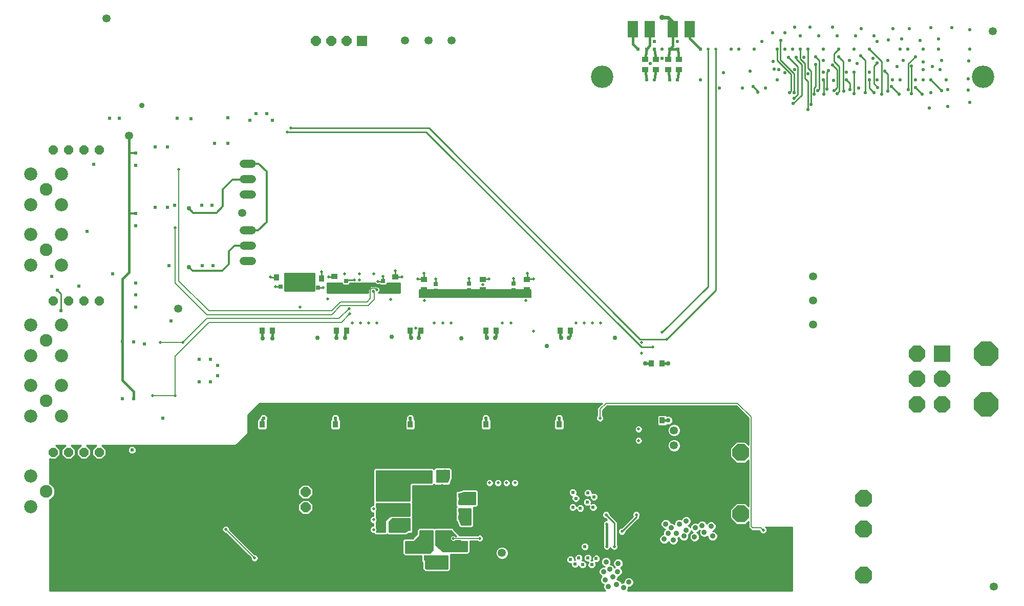
<source format=gbl>
G75*
%MOIN*%
%OFA0B0*%
%FSLAX24Y24*%
%IPPOS*%
%LPD*%
%AMOC8*
5,1,8,0,0,1.08239X$1,22.5*
%
%ADD10R,0.0350X0.0420*%
%ADD11C,0.0825*%
%ADD12C,0.0855*%
%ADD13R,0.0420X0.0350*%
%ADD14OC8,0.0600*%
%ADD15C,0.0531*%
%ADD16OC8,0.1100*%
%ADD17R,0.1063X0.1063*%
%ADD18OC8,0.1063*%
%ADD19OC8,0.1581*%
%ADD20R,0.0300X0.0270*%
%ADD21R,0.0270X0.0300*%
%ADD22R,0.0740X0.0480*%
%ADD23R,0.0480X0.0740*%
%ADD24C,0.1460*%
%ADD25OC8,0.0650*%
%ADD26R,0.0650X0.0650*%
%ADD27C,0.0540*%
%ADD28R,0.0650X0.1100*%
%ADD29C,0.0295*%
%ADD30C,0.0237*%
%ADD31C,0.0354*%
%ADD32C,0.0198*%
%ADD33C,0.0160*%
%ADD34C,0.0100*%
%ADD35C,0.0210*%
%ADD36C,0.0090*%
%ADD37C,0.0060*%
%ADD38C,0.0130*%
%ADD39C,0.0240*%
D10*
X020775Y016682D03*
X021455Y016682D03*
X025548Y016682D03*
X026228Y016682D03*
X030420Y016682D03*
X031100Y016682D03*
X035341Y016682D03*
X036021Y016682D03*
X040115Y016682D03*
X040795Y016682D03*
X046139Y016933D03*
X046819Y016933D03*
X046803Y020639D03*
X046123Y020639D03*
X040844Y022785D03*
X040164Y022785D03*
X036021Y022785D03*
X035341Y022785D03*
X031100Y022785D03*
X030420Y022785D03*
X026277Y022785D03*
X025597Y022785D03*
X021455Y022785D03*
X020775Y022785D03*
X021695Y026241D03*
X022375Y026241D03*
X023973Y026180D03*
X024653Y026180D03*
X028570Y009990D03*
X029250Y009990D03*
D11*
X006724Y012303D03*
X006724Y018209D03*
X006724Y022146D03*
X006724Y028051D03*
X006724Y031988D03*
D12*
X005724Y030988D03*
X007724Y030988D03*
X007724Y029051D03*
X005724Y029051D03*
X005724Y027051D03*
X007724Y027051D03*
X007724Y023146D03*
X005724Y023146D03*
X005724Y021146D03*
X007724Y021146D03*
X007724Y019209D03*
X005724Y019209D03*
X005724Y017209D03*
X007724Y017209D03*
X007724Y013303D03*
X005724Y013303D03*
X005724Y011303D03*
X007724Y011303D03*
X007724Y032988D03*
X005724Y032988D03*
D13*
X025475Y026300D03*
X025475Y025620D03*
X029431Y025594D03*
X029431Y026274D03*
X031302Y026127D03*
X031302Y025447D03*
X035140Y025447D03*
X035140Y026127D03*
X037994Y026127D03*
X037994Y025447D03*
X045709Y039779D03*
X046409Y039779D03*
X047209Y039779D03*
X047909Y039779D03*
X047909Y040459D03*
X047209Y040459D03*
X046409Y040459D03*
X045709Y040459D03*
X032680Y008656D03*
X032680Y007976D03*
X031498Y007976D03*
X031498Y008656D03*
D14*
X010161Y014862D03*
X009161Y014862D03*
X008161Y014862D03*
X007161Y014862D03*
X007161Y024705D03*
X008161Y024705D03*
X009161Y024705D03*
X010161Y024705D03*
X010161Y034547D03*
X009161Y034547D03*
X008161Y034547D03*
X007161Y034547D03*
D15*
X012109Y035481D03*
X019491Y030462D03*
X015307Y024212D03*
X020081Y015009D03*
X007187Y006052D03*
X034648Y008267D03*
X036392Y008307D03*
X046013Y006286D03*
X047591Y015304D03*
X047591Y016289D03*
X056646Y023178D03*
X056646Y024753D03*
X056646Y026328D03*
X033122Y041682D03*
X031597Y041682D03*
X030071Y041682D03*
X010632Y043109D03*
X068359Y042273D03*
X068408Y006102D03*
D16*
X059937Y006854D03*
X059937Y009854D03*
X059937Y011854D03*
X051937Y010854D03*
X051937Y006854D03*
X051937Y014854D03*
D17*
X065051Y021283D03*
D18*
X063398Y021283D03*
X063398Y019630D03*
X065051Y019630D03*
X065051Y017976D03*
X063398Y017976D03*
D19*
X067925Y017976D03*
X067925Y021283D03*
D20*
X037158Y025429D03*
X037158Y025849D03*
X034254Y025849D03*
X034254Y025429D03*
X032089Y025380D03*
X032089Y025800D03*
X028644Y025997D03*
X028644Y025577D03*
X026233Y025577D03*
X026233Y025997D03*
X030809Y013004D03*
X030809Y012584D03*
X031498Y012584D03*
X031498Y013004D03*
X032237Y013004D03*
X032237Y012584D03*
X032729Y012584D03*
X032729Y013004D03*
X032856Y010051D03*
X032856Y009631D03*
X032364Y009631D03*
X032364Y010051D03*
X031695Y010052D03*
X031695Y009632D03*
X031203Y009632D03*
X031203Y010052D03*
D21*
X030724Y009891D03*
X030304Y009891D03*
X030304Y010383D03*
X030724Y010383D03*
X030724Y010875D03*
X030304Y010875D03*
X030304Y011367D03*
X030724Y011367D03*
X030724Y012007D03*
X030304Y012007D03*
X033257Y012056D03*
X033677Y012056D03*
X033677Y011564D03*
X033257Y011564D03*
X033257Y011072D03*
X033677Y011072D03*
X033677Y010629D03*
X033257Y010629D03*
X024425Y025590D03*
X024005Y025590D03*
X022393Y025635D03*
X021973Y025635D03*
D22*
X028927Y014228D03*
X028927Y012928D03*
X030613Y008720D03*
X030613Y007420D03*
X033565Y007420D03*
X033565Y008720D03*
D23*
X028506Y010994D03*
X027206Y010994D03*
D24*
X042909Y039319D03*
X067709Y039319D03*
D25*
X026269Y041631D03*
X025269Y041631D03*
X024269Y041631D03*
X023597Y012279D03*
X023597Y011279D03*
X023597Y010279D03*
D26*
X023597Y013279D03*
X027269Y041631D03*
D27*
X020105Y033643D02*
X019565Y033643D01*
X019565Y032643D02*
X020105Y032643D01*
X020105Y031643D02*
X019565Y031643D01*
X019565Y029312D02*
X020105Y029312D01*
X020105Y028312D02*
X019565Y028312D01*
X019565Y027312D02*
X020105Y027312D01*
D28*
X044921Y042421D03*
X046021Y042421D03*
X047509Y042419D03*
X048609Y042419D03*
D29*
X043729Y022324D03*
X045708Y020639D03*
X047208Y020639D03*
X047208Y016933D03*
X045708Y016933D03*
X039300Y021782D03*
X040235Y022324D03*
X040727Y022324D03*
X035953Y022324D03*
X035412Y022324D03*
X033739Y022274D03*
X030983Y022324D03*
X030491Y022324D03*
X029211Y022373D03*
X026160Y022324D03*
X025619Y022324D03*
X024388Y022324D03*
X021436Y022274D03*
X020796Y022274D03*
X015996Y026919D03*
X015996Y030757D03*
X045622Y010737D03*
X045967Y010974D03*
X045918Y010344D03*
X045770Y009950D03*
X046065Y009655D03*
X045327Y009950D03*
X045426Y010344D03*
D30*
X042325Y011269D03*
X041931Y011613D03*
X042374Y011958D03*
X041981Y012204D03*
X041193Y011859D03*
X040996Y012253D03*
X040996Y011269D03*
X041489Y011220D03*
X041784Y008720D03*
X041981Y007981D03*
X042227Y007539D03*
X042522Y007932D03*
X041636Y007539D03*
X041144Y007588D03*
X040849Y007873D03*
X041390Y007981D03*
X037945Y009300D03*
X039077Y017076D03*
X040111Y017076D03*
X040800Y017076D03*
X043752Y017076D03*
X036026Y017076D03*
X035337Y017076D03*
X033861Y017076D03*
X031105Y017076D03*
X030416Y017076D03*
X029185Y017076D03*
X026233Y017076D03*
X025544Y017076D03*
X024363Y017076D03*
X021410Y017076D03*
X020869Y017076D03*
X017424Y019438D03*
X017867Y019832D03*
X017867Y020521D03*
X017424Y020915D03*
X016685Y020915D03*
X016685Y019438D03*
X014323Y017076D03*
X012404Y018356D03*
X011666Y018356D03*
X012306Y015009D03*
X013093Y021899D03*
X012404Y022046D03*
X011666Y022096D03*
X014844Y023425D03*
X012531Y024311D03*
X012531Y025098D03*
X012531Y025886D03*
X011055Y026476D03*
X008840Y025689D03*
X007448Y025428D03*
X007069Y026329D03*
X007680Y024064D03*
X014717Y027017D03*
X016882Y027017D03*
X017571Y027017D03*
X012531Y029626D03*
X012552Y030413D03*
X013811Y030807D03*
X014598Y030807D03*
X015061Y030954D03*
X016833Y030954D03*
X017522Y030954D03*
X012531Y033563D03*
X012552Y034350D03*
X013811Y034744D03*
X014598Y034744D03*
X016144Y036564D03*
X015258Y036613D03*
X017670Y034989D03*
X018556Y034989D03*
X019983Y036466D03*
X020376Y036909D03*
X021065Y036909D03*
X021459Y036466D03*
X018556Y036663D03*
X011469Y036613D03*
X010829Y036613D03*
X009825Y033612D03*
X009382Y029232D03*
X013241Y008070D03*
X014176Y008119D03*
X047309Y039119D03*
X047809Y039119D03*
X046809Y040519D03*
X046309Y041119D03*
X046309Y041619D03*
X045809Y041119D03*
X045259Y041119D03*
X047309Y041119D03*
X047859Y041119D03*
X049309Y041119D03*
D31*
X046809Y043169D03*
X012935Y037451D03*
X047050Y010186D03*
X047394Y009940D03*
X047197Y009596D03*
X046951Y009202D03*
X047542Y009153D03*
X047739Y009596D03*
X048231Y009399D03*
X048378Y009793D03*
X048378Y010383D03*
X047935Y010186D03*
X048969Y009940D03*
X049412Y010088D03*
X049559Y009645D03*
X050002Y010039D03*
X050101Y009399D03*
X048920Y009350D03*
X044638Y006397D03*
X044294Y006052D03*
X043851Y006249D03*
X043309Y006102D03*
X043113Y006544D03*
X043605Y006741D03*
X043900Y007086D03*
X043408Y007233D03*
X043014Y007086D03*
X043949Y007627D03*
X043162Y007726D03*
D32*
X043211Y008720D03*
X043703Y008720D03*
X042719Y009212D03*
X042719Y009704D03*
X042227Y009704D03*
X041981Y009507D03*
X041833Y009212D03*
X041587Y009359D03*
X041685Y009655D03*
X042227Y009212D03*
X043211Y010196D03*
X043162Y010787D03*
X044244Y010196D03*
X044195Y009704D03*
X044687Y009704D03*
X044933Y009950D03*
X045081Y010196D03*
X045130Y010787D03*
X045770Y009458D03*
X044835Y009015D03*
X042079Y012991D03*
X040849Y013090D03*
X040849Y013680D03*
X041538Y014222D03*
X042276Y014665D03*
X042965Y014074D03*
X045278Y015619D03*
X045278Y016369D03*
X044687Y017273D03*
X045130Y017667D03*
X043260Y016781D03*
X042768Y017076D03*
X039520Y017076D03*
X039176Y015796D03*
X037059Y013976D03*
X037847Y013582D03*
X038782Y013926D03*
X037896Y012893D03*
X037228Y012869D03*
X036678Y012869D03*
X036128Y012869D03*
X035578Y012869D03*
X036272Y013434D03*
X034550Y011958D03*
X034353Y011810D03*
X034304Y011564D03*
X034550Y011564D03*
X034057Y011515D03*
X034008Y010629D03*
X034156Y010481D03*
X034107Y010235D03*
X033811Y010285D03*
X033221Y009251D03*
X032483Y009153D03*
X031006Y009251D03*
X029973Y009989D03*
X029825Y009793D03*
X029678Y009989D03*
X029678Y010235D03*
X029973Y010235D03*
X031351Y010728D03*
X031351Y011318D03*
X031941Y011318D03*
X031941Y010728D03*
X032532Y010728D03*
X032532Y011318D03*
X032532Y011909D03*
X031941Y011909D03*
X031351Y011909D03*
X030268Y012696D03*
X030022Y012942D03*
X029727Y013237D03*
X029235Y012302D03*
X029087Y012204D03*
X028841Y012352D03*
X028349Y012450D03*
X028989Y011859D03*
X029382Y011958D03*
X029776Y011761D03*
X029825Y011121D03*
X028028Y011169D03*
X028028Y010469D03*
X028028Y009819D03*
X027857Y009104D03*
X027168Y009104D03*
X026872Y008464D03*
X026233Y008464D03*
X026380Y009104D03*
X025544Y009104D03*
X024904Y009104D03*
X024412Y009104D03*
X024412Y008464D03*
X024904Y008464D03*
X025544Y008464D03*
X024461Y007676D03*
X023920Y008464D03*
X023378Y008464D03*
X022788Y008464D03*
X022148Y008464D03*
X021557Y008464D03*
X021410Y009104D03*
X021902Y009104D03*
X022493Y009104D03*
X023034Y009104D03*
X023723Y009104D03*
X022826Y009939D03*
X022810Y010539D03*
X022181Y010974D03*
X021381Y010124D03*
X020431Y010524D03*
X019441Y010974D03*
X020831Y011524D03*
X019687Y012253D03*
X018703Y012401D03*
X018408Y011466D03*
X016981Y012499D03*
X015750Y011564D03*
X015996Y010777D03*
X015357Y010285D03*
X014963Y010678D03*
X014619Y011072D03*
X014225Y011466D03*
X013733Y011958D03*
X013339Y012302D03*
X012847Y012647D03*
X012207Y012942D03*
X012010Y012204D03*
X012502Y012007D03*
X012945Y011663D03*
X013290Y011318D03*
X013683Y010875D03*
X014126Y010432D03*
X014569Y009989D03*
X014963Y009596D03*
X015406Y009202D03*
X015849Y008808D03*
X016390Y008562D03*
X017030Y008464D03*
X017620Y008464D03*
X018260Y008464D03*
X018752Y008464D03*
X019294Y008464D03*
X019638Y009104D03*
X020229Y009104D03*
X020721Y009104D03*
X020869Y008464D03*
X020229Y008464D03*
X020278Y007972D03*
X022000Y007873D03*
X019491Y009940D03*
X018408Y009842D03*
X018654Y009104D03*
X018162Y009104D03*
X017522Y009104D03*
X016981Y009104D03*
X016489Y009251D03*
X016095Y009546D03*
X015750Y009891D03*
X017178Y010088D03*
X015750Y007972D03*
X017178Y007627D03*
X018556Y007922D03*
X013536Y009153D03*
X013093Y010088D03*
X011420Y012302D03*
X010878Y012302D03*
X010780Y012991D03*
X011420Y012991D03*
X010140Y013041D03*
X009550Y013041D03*
X009107Y013041D03*
X008664Y012991D03*
X008861Y013680D03*
X012355Y014419D03*
X013683Y013090D03*
X014520Y012499D03*
X016428Y013302D03*
X015406Y013926D03*
X015898Y014665D03*
X017178Y014960D03*
X017227Y013976D03*
X018457Y014665D03*
X019097Y013631D03*
X019884Y013680D03*
X020731Y012724D03*
X021631Y012524D03*
X022521Y012813D03*
X022985Y012253D03*
X022571Y011713D03*
X024904Y012991D03*
X026036Y013139D03*
X026872Y012548D03*
X027365Y013237D03*
X027119Y013926D03*
X028300Y013041D03*
X025494Y014025D03*
X024117Y014123D03*
X022837Y013779D03*
X022231Y013724D03*
X021281Y013924D03*
X021016Y014911D03*
X022394Y015009D03*
X021804Y015944D03*
X020130Y015501D03*
X020130Y016928D03*
X024658Y016830D03*
X024904Y015993D03*
X027906Y016436D03*
X029776Y016879D03*
X031105Y015993D03*
X031744Y015452D03*
X030760Y015354D03*
X032237Y013582D03*
X032237Y013336D03*
X032630Y013385D03*
X032680Y013631D03*
X031646Y013385D03*
X034943Y009251D03*
X036075Y008857D03*
X037059Y008070D03*
X037699Y008611D03*
X037847Y007676D03*
X035977Y007676D03*
X034943Y007775D03*
X032680Y007480D03*
X032286Y007480D03*
X032237Y007775D03*
X031991Y007775D03*
X032138Y008021D03*
X031843Y007480D03*
X031498Y007480D03*
X029579Y009054D03*
X028841Y008267D03*
X028300Y008464D03*
X027512Y008464D03*
X027365Y007775D03*
X026078Y009819D03*
X026078Y010469D03*
X025248Y010875D03*
X026078Y011169D03*
X025347Y011958D03*
X017571Y013336D03*
X014668Y014911D03*
X015111Y018552D03*
X013634Y018552D03*
X014126Y021997D03*
X015603Y021997D03*
X021656Y025639D03*
X021311Y026279D03*
X022689Y025639D03*
X023181Y025590D03*
X023674Y025590D03*
X024756Y025590D03*
X025101Y026279D03*
X024658Y026623D03*
X026134Y026476D03*
X026774Y026082D03*
X027119Y026082D03*
X027119Y026476D03*
X028054Y026476D03*
X028644Y026328D03*
X028300Y025983D03*
X028250Y025442D03*
X028004Y025344D03*
X027119Y025442D03*
X025888Y025541D03*
X025052Y024852D03*
X026430Y024212D03*
X026479Y023867D03*
X026626Y023277D03*
X027168Y023277D03*
X027709Y023277D03*
X028250Y023277D03*
X029136Y024802D03*
X028989Y025590D03*
X029874Y026279D03*
X029431Y026672D03*
X030908Y026131D03*
X031302Y026525D03*
X032089Y026131D03*
X031744Y025294D03*
X031351Y024753D03*
X032483Y025294D03*
X033369Y025294D03*
X034254Y026180D03*
X034648Y025294D03*
X035140Y025787D03*
X035534Y026131D03*
X035928Y025294D03*
X036764Y025294D03*
X037502Y025294D03*
X037945Y024753D03*
X038437Y026131D03*
X038044Y026525D03*
X037158Y026180D03*
X036961Y023277D03*
X036420Y023277D03*
X038437Y022735D03*
X041193Y023277D03*
X041735Y023277D03*
X042276Y023277D03*
X042817Y023277D03*
X045475Y021997D03*
X045475Y021308D03*
X046213Y021702D03*
X047099Y022219D03*
X046824Y022665D03*
X048821Y017617D03*
X047886Y017027D03*
X048772Y016781D03*
X049559Y016338D03*
X051479Y016633D03*
X050593Y017470D03*
X039914Y012893D03*
X053398Y009793D03*
X033073Y023277D03*
X032532Y023277D03*
X031991Y023277D03*
X030760Y022932D03*
X023231Y024310D03*
X015111Y029478D03*
X015357Y033267D03*
X022394Y035728D03*
X022628Y035964D03*
X049809Y041119D03*
X050309Y041119D03*
X008151Y009350D03*
X007778Y009005D03*
X007778Y008661D03*
X007561Y008268D03*
X007561Y007923D03*
X007807Y007579D03*
X008102Y007579D03*
D33*
X020775Y016682D02*
X020775Y016982D01*
X020869Y017076D01*
X021410Y017076D02*
X021455Y017031D01*
X021455Y016682D01*
X025544Y016687D02*
X025548Y016682D01*
X025544Y016687D02*
X025544Y017076D01*
X026233Y017076D02*
X026233Y016687D01*
X026228Y016682D01*
X030416Y016687D02*
X030420Y016682D01*
X030416Y016687D02*
X030416Y017076D01*
X031105Y017076D02*
X031105Y016687D01*
X031100Y016682D01*
X035337Y016687D02*
X035341Y016682D01*
X035337Y016687D02*
X035337Y017076D01*
X036026Y017076D02*
X036026Y016687D01*
X036021Y016682D01*
X040111Y016687D02*
X040115Y016682D01*
X040111Y016687D02*
X040111Y017076D01*
X040800Y017076D02*
X040800Y016687D01*
X040795Y016682D01*
X045708Y016933D02*
X046139Y016933D01*
X046819Y016933D02*
X047208Y016933D01*
X047208Y020639D02*
X046803Y020639D01*
X046123Y020639D02*
X045708Y020639D01*
X040844Y022441D02*
X040727Y022324D01*
X040844Y022441D02*
X040844Y022785D01*
X040164Y022785D02*
X040164Y022394D01*
X040235Y022324D01*
X036021Y022392D02*
X035953Y022324D01*
X036021Y022392D02*
X036021Y022785D01*
X035341Y022785D02*
X035341Y022394D01*
X035412Y022324D01*
X031100Y022785D02*
X030983Y022667D01*
X030983Y022324D01*
X030491Y022324D02*
X030420Y022394D01*
X030420Y022785D01*
X026277Y022785D02*
X026160Y022667D01*
X026160Y022324D01*
X025619Y022324D02*
X025597Y022345D01*
X025597Y022785D01*
X021455Y022785D02*
X021455Y022293D01*
X021436Y022274D01*
X020796Y022274D02*
X020775Y022296D01*
X020775Y022785D01*
X012404Y018818D02*
X012404Y018356D01*
X012404Y018818D02*
X011666Y019556D01*
X011666Y022096D01*
X011666Y026131D01*
X012109Y026574D01*
X012109Y030413D01*
X012109Y034300D01*
X012109Y035481D01*
X044921Y041457D02*
X045259Y041119D01*
X044921Y041457D02*
X044921Y042421D01*
X046021Y042421D02*
X046021Y041330D01*
X045809Y041119D01*
X045709Y040459D01*
X046409Y040459D02*
X046309Y041119D01*
X047309Y041119D02*
X047209Y040459D01*
X047309Y041119D02*
X047859Y041119D01*
X047909Y040459D01*
X047309Y041119D02*
X047509Y041319D01*
X047509Y042419D01*
X048609Y042419D02*
X048609Y041819D01*
X049309Y041119D01*
X047909Y039779D02*
X047809Y039119D01*
X047309Y039119D02*
X047209Y039779D01*
X046409Y039779D02*
X046309Y039119D01*
X045809Y039119D02*
X045709Y039779D01*
X043211Y010196D02*
X043211Y008720D01*
D34*
X006931Y005856D02*
X006931Y011780D01*
X007043Y011826D01*
X007201Y011984D01*
X007287Y012191D01*
X007287Y012415D01*
X007201Y012622D01*
X007043Y012780D01*
X006931Y012826D01*
X006931Y014456D01*
X006975Y014412D01*
X007348Y014412D01*
X007611Y014676D01*
X007611Y015049D01*
X007355Y015304D01*
X007967Y015304D01*
X007711Y015049D01*
X007711Y014676D01*
X007975Y014412D01*
X008348Y014412D01*
X008611Y014676D01*
X008611Y015049D01*
X008355Y015304D01*
X008967Y015304D01*
X008711Y015049D01*
X008711Y014676D01*
X008975Y014412D01*
X009348Y014412D01*
X009611Y014676D01*
X009611Y015049D01*
X009355Y015304D01*
X009967Y015304D01*
X009711Y015049D01*
X009711Y014676D01*
X009975Y014412D01*
X010348Y014412D01*
X010611Y014676D01*
X010611Y015049D01*
X010355Y015304D01*
X019048Y015304D01*
X019835Y016092D01*
X019835Y017273D01*
X020622Y018060D01*
X042907Y018060D01*
X042588Y017741D01*
X042588Y017248D01*
X042557Y017217D01*
X042519Y017126D01*
X042519Y017026D01*
X042557Y016935D01*
X042627Y016865D01*
X042719Y016827D01*
X042818Y016827D01*
X042909Y016865D01*
X042979Y016935D01*
X043017Y017026D01*
X043017Y017126D01*
X042979Y017217D01*
X042948Y017248D01*
X042948Y017592D01*
X043236Y017880D01*
X051645Y017880D01*
X052431Y017095D01*
X052431Y015350D01*
X052227Y015554D01*
X051647Y015554D01*
X051237Y015144D01*
X051237Y014564D01*
X051647Y014154D01*
X052227Y014154D01*
X052431Y014358D01*
X052431Y011350D01*
X052227Y011554D01*
X051647Y011554D01*
X051237Y011144D01*
X051237Y010564D01*
X051647Y010154D01*
X052227Y010154D01*
X052431Y010358D01*
X052431Y009964D01*
X052635Y009760D01*
X053149Y009760D01*
X053149Y009743D01*
X053187Y009651D01*
X053257Y009581D01*
X053348Y009543D01*
X053448Y009543D01*
X053539Y009581D01*
X053609Y009651D01*
X053647Y009743D01*
X053647Y009842D01*
X053609Y009934D01*
X053553Y009989D01*
X055268Y009989D01*
X055268Y005856D01*
X044560Y005856D01*
X044571Y005867D01*
X044621Y005987D01*
X044621Y006070D01*
X044703Y006070D01*
X044824Y006119D01*
X044916Y006212D01*
X044965Y006332D01*
X044965Y006462D01*
X044916Y006582D01*
X044824Y006674D01*
X044703Y006724D01*
X044573Y006724D01*
X044453Y006674D01*
X044361Y006582D01*
X044311Y006462D01*
X044311Y006380D01*
X044229Y006380D01*
X044162Y006352D01*
X044128Y006435D01*
X044036Y006527D01*
X043916Y006576D01*
X043891Y006576D01*
X043932Y006676D01*
X043932Y006759D01*
X043965Y006759D01*
X044085Y006808D01*
X044177Y006900D01*
X044227Y007021D01*
X044227Y007151D01*
X044177Y007271D01*
X044109Y007339D01*
X044135Y007350D01*
X044227Y007442D01*
X044276Y007562D01*
X044276Y007692D01*
X044227Y007812D01*
X044135Y007905D01*
X044014Y007954D01*
X043884Y007954D01*
X043764Y007905D01*
X043672Y007812D01*
X043622Y007692D01*
X043622Y007562D01*
X043672Y007442D01*
X043740Y007374D01*
X043715Y007363D01*
X043710Y007359D01*
X043685Y007419D01*
X043593Y007511D01*
X043473Y007561D01*
X043448Y007561D01*
X043489Y007661D01*
X043489Y007791D01*
X043439Y007911D01*
X043347Y008003D01*
X043227Y008053D01*
X043097Y008053D01*
X042976Y008003D01*
X042884Y007911D01*
X042835Y007791D01*
X042835Y007661D01*
X042884Y007540D01*
X042976Y007448D01*
X043062Y007413D01*
X042949Y007413D01*
X042829Y007363D01*
X042737Y007271D01*
X042687Y007151D01*
X042687Y007021D01*
X042737Y006900D01*
X042829Y006808D01*
X042889Y006784D01*
X042835Y006730D01*
X042785Y006610D01*
X042785Y006479D01*
X042835Y006359D01*
X042927Y006267D01*
X043010Y006233D01*
X042982Y006167D01*
X042982Y006036D01*
X043032Y005916D01*
X043093Y005856D01*
X006931Y005856D01*
X006931Y005859D02*
X043090Y005859D01*
X043015Y005957D02*
X006931Y005957D01*
X006931Y006056D02*
X042982Y006056D01*
X042982Y006154D02*
X006931Y006154D01*
X006931Y006253D02*
X042963Y006253D01*
X042843Y006351D02*
X006931Y006351D01*
X006931Y006450D02*
X042798Y006450D01*
X042785Y006548D02*
X006931Y006548D01*
X006931Y006647D02*
X042801Y006647D01*
X042850Y006745D02*
X006931Y006745D01*
X006931Y006844D02*
X042794Y006844D01*
X042720Y006942D02*
X006931Y006942D01*
X006931Y007041D02*
X042687Y007041D01*
X042687Y007139D02*
X032966Y007139D01*
X032910Y007083D02*
X033027Y007200D01*
X033027Y007727D01*
X033040Y007739D01*
X033040Y008213D01*
X033038Y008215D01*
X034190Y008215D01*
X034307Y008332D01*
X034307Y009071D01*
X034771Y009071D01*
X034802Y009040D01*
X034894Y009002D01*
X034993Y009002D01*
X035084Y009040D01*
X035154Y009110D01*
X035192Y009202D01*
X035192Y009301D01*
X035154Y009392D01*
X035084Y009462D01*
X034993Y009500D01*
X034894Y009500D01*
X034802Y009462D01*
X034771Y009431D01*
X033636Y009431D01*
X033273Y009822D01*
X033273Y009826D01*
X033217Y009882D01*
X033163Y009940D01*
X033159Y009940D01*
X033156Y009943D01*
X033077Y009943D01*
X032998Y009946D01*
X032995Y009943D01*
X032006Y009943D01*
X031991Y009928D01*
X031975Y009943D01*
X030973Y009943D01*
X030856Y009826D01*
X030856Y009531D01*
X030579Y009254D01*
X030038Y009254D01*
X029920Y009137D01*
X029920Y008233D01*
X030038Y008116D01*
X031138Y008116D01*
X031138Y007739D01*
X031200Y007677D01*
X031200Y007249D01*
X031249Y007200D01*
X031366Y007083D01*
X032910Y007083D01*
X033027Y007238D02*
X042723Y007238D01*
X042802Y007336D02*
X042404Y007336D01*
X042379Y007311D02*
X042455Y007386D01*
X042496Y007485D01*
X042496Y007592D01*
X042465Y007665D01*
X042469Y007664D01*
X042576Y007664D01*
X042674Y007704D01*
X042750Y007780D01*
X042791Y007879D01*
X042791Y007986D01*
X042750Y008085D01*
X042674Y008160D01*
X042576Y008201D01*
X042469Y008201D01*
X042370Y008160D01*
X042294Y008085D01*
X042253Y007986D01*
X042253Y007879D01*
X042283Y007806D01*
X042280Y007807D01*
X042187Y007807D01*
X042209Y007829D01*
X042249Y007928D01*
X042249Y008035D01*
X042209Y008134D01*
X042133Y008209D01*
X042034Y008250D01*
X041927Y008250D01*
X041828Y008209D01*
X041753Y008134D01*
X041712Y008035D01*
X041712Y007928D01*
X041753Y007829D01*
X041828Y007754D01*
X041927Y007713D01*
X042021Y007713D01*
X041999Y007691D01*
X041958Y007592D01*
X041958Y007485D01*
X041999Y007386D01*
X042075Y007311D01*
X042173Y007270D01*
X042280Y007270D01*
X042379Y007311D01*
X042475Y007435D02*
X043010Y007435D01*
X042892Y007533D02*
X042496Y007533D01*
X042479Y007632D02*
X042847Y007632D01*
X042835Y007730D02*
X042700Y007730D01*
X042770Y007829D02*
X042850Y007829D01*
X042901Y007927D02*
X042791Y007927D01*
X042774Y008026D02*
X043031Y008026D01*
X043293Y008026D02*
X055268Y008026D01*
X055268Y008124D02*
X042710Y008124D01*
X042334Y008124D02*
X042213Y008124D01*
X042249Y008026D02*
X042270Y008026D01*
X042253Y007927D02*
X042249Y007927D01*
X042274Y007829D02*
X042208Y007829D01*
X041974Y007632D02*
X041889Y007632D01*
X041905Y007592D02*
X041864Y007691D01*
X041788Y007766D01*
X041690Y007807D01*
X041596Y007807D01*
X041618Y007829D01*
X041659Y007928D01*
X041659Y008035D01*
X041618Y008134D01*
X041542Y008209D01*
X041444Y008250D01*
X041337Y008250D01*
X041238Y008209D01*
X041162Y008134D01*
X041121Y008035D01*
X041121Y007928D01*
X041151Y007857D01*
X041118Y007857D01*
X041118Y007927D01*
X041077Y008025D01*
X041001Y008101D01*
X040902Y008142D01*
X040795Y008142D01*
X040697Y008101D01*
X040621Y008025D01*
X040580Y007927D01*
X036561Y007927D01*
X036627Y007955D02*
X036474Y007891D01*
X036309Y007891D01*
X036156Y007955D01*
X036039Y008072D01*
X035976Y008224D01*
X035976Y008390D01*
X036039Y008543D01*
X036156Y008659D01*
X036309Y008723D01*
X036474Y008723D01*
X036627Y008659D01*
X036744Y008543D01*
X036807Y008390D01*
X036807Y008224D01*
X036744Y008072D01*
X036627Y007955D01*
X036698Y008026D02*
X040621Y008026D01*
X040580Y007927D02*
X040580Y007820D01*
X040621Y007721D01*
X040697Y007645D01*
X040795Y007604D01*
X040875Y007604D01*
X040875Y007534D01*
X040916Y007436D01*
X040992Y007360D01*
X041091Y007319D01*
X041198Y007319D01*
X041296Y007360D01*
X041372Y007436D01*
X041380Y007455D01*
X041408Y007386D01*
X041484Y007311D01*
X041583Y007270D01*
X041690Y007270D01*
X041788Y007311D01*
X041864Y007386D01*
X041905Y007485D01*
X041905Y007592D01*
X041905Y007533D02*
X041958Y007533D01*
X041979Y007435D02*
X041884Y007435D01*
X041814Y007336D02*
X042049Y007336D01*
X041886Y007730D02*
X041825Y007730D01*
X041754Y007829D02*
X041617Y007829D01*
X041658Y007927D02*
X041712Y007927D01*
X041712Y008026D02*
X041659Y008026D01*
X041622Y008124D02*
X041749Y008124D01*
X041860Y008223D02*
X041511Y008223D01*
X041270Y008223D02*
X036807Y008223D01*
X036807Y008321D02*
X055268Y008321D01*
X055268Y008223D02*
X042101Y008223D01*
X041936Y008492D02*
X042012Y008567D01*
X042053Y008666D01*
X042053Y008773D01*
X042012Y008872D01*
X041936Y008948D01*
X041837Y008988D01*
X041730Y008988D01*
X041632Y008948D01*
X041556Y008872D01*
X041515Y008773D01*
X041515Y008666D01*
X041556Y008567D01*
X041632Y008492D01*
X041730Y008451D01*
X041837Y008451D01*
X041936Y008492D01*
X041962Y008518D02*
X043060Y008518D01*
X043070Y008509D02*
X043161Y008471D01*
X043261Y008471D01*
X043352Y008509D01*
X043422Y008579D01*
X043457Y008663D01*
X043492Y008579D01*
X043562Y008509D01*
X043654Y008471D01*
X043753Y008471D01*
X043844Y008509D01*
X043914Y008579D01*
X043952Y008670D01*
X043952Y008769D01*
X043914Y008861D01*
X043903Y008872D01*
X043903Y010328D01*
X043411Y010820D01*
X043411Y010836D01*
X043373Y010928D01*
X043303Y010998D01*
X043211Y011036D01*
X043112Y011036D01*
X043021Y010998D01*
X042951Y010928D01*
X042913Y010836D01*
X042913Y010737D01*
X042951Y010646D01*
X043021Y010575D01*
X043112Y010538D01*
X043128Y010538D01*
X043220Y010445D01*
X043161Y010445D01*
X043070Y010407D01*
X043000Y010337D01*
X042962Y010246D01*
X042962Y010147D01*
X042981Y010101D01*
X042981Y008815D01*
X042962Y008769D01*
X042962Y008670D01*
X043000Y008579D01*
X043070Y008509D01*
X042984Y008617D02*
X042032Y008617D01*
X042053Y008715D02*
X042962Y008715D01*
X042980Y008814D02*
X042036Y008814D01*
X041972Y008912D02*
X042981Y008912D01*
X042981Y009011D02*
X035013Y009011D01*
X034873Y009011D02*
X034307Y009011D01*
X034307Y008912D02*
X041596Y008912D01*
X041532Y008814D02*
X034307Y008814D01*
X034307Y008715D02*
X036290Y008715D01*
X036113Y008617D02*
X034307Y008617D01*
X034307Y008518D02*
X036029Y008518D01*
X035988Y008420D02*
X034307Y008420D01*
X034296Y008321D02*
X035976Y008321D01*
X035977Y008223D02*
X034197Y008223D01*
X034107Y008415D02*
X032532Y008415D01*
X032089Y008808D01*
X032089Y009743D01*
X033073Y009743D01*
X033410Y009381D01*
X033372Y009381D01*
X033303Y009450D01*
X033138Y009450D01*
X033022Y009334D01*
X033022Y009169D01*
X033138Y009052D01*
X033303Y009052D01*
X033372Y009121D01*
X033651Y009121D01*
X033713Y009054D01*
X034107Y009054D01*
X034107Y008415D01*
X034107Y008420D02*
X032526Y008420D01*
X032416Y008518D02*
X034107Y008518D01*
X034107Y008617D02*
X032305Y008617D01*
X032194Y008715D02*
X034107Y008715D01*
X034107Y008814D02*
X032089Y008814D01*
X032089Y008912D02*
X034107Y008912D01*
X034107Y009011D02*
X032089Y009011D01*
X032089Y009109D02*
X033082Y009109D01*
X033022Y009208D02*
X032089Y009208D01*
X032089Y009306D02*
X033022Y009306D01*
X033093Y009405D02*
X032089Y009405D01*
X032089Y009503D02*
X033296Y009503D01*
X033349Y009405D02*
X033388Y009405D01*
X033569Y009503D02*
X042981Y009503D01*
X042981Y009405D02*
X035142Y009405D01*
X035190Y009306D02*
X042981Y009306D01*
X042981Y009208D02*
X035192Y009208D01*
X035153Y009109D02*
X042981Y009109D01*
X042981Y009602D02*
X033478Y009602D01*
X033386Y009700D02*
X042981Y009700D01*
X042981Y009799D02*
X033295Y009799D01*
X033203Y009897D02*
X042981Y009897D01*
X042981Y009996D02*
X034494Y009996D01*
X034553Y010054D02*
X034553Y011253D01*
X034540Y011266D01*
X034731Y011266D01*
X034848Y011383D01*
X034848Y012336D01*
X034731Y012453D01*
X033951Y012453D01*
X033921Y012469D01*
X033871Y012453D01*
X033819Y012453D01*
X033795Y012429D01*
X033584Y012363D01*
X033532Y012363D01*
X033525Y012356D01*
X033480Y012356D01*
X033392Y012268D01*
X033392Y011844D01*
X033415Y011822D01*
X033415Y011799D01*
X033392Y011776D01*
X033392Y011352D01*
X033426Y011318D01*
X033392Y011284D01*
X033392Y010860D01*
X033401Y010851D01*
X033392Y010841D01*
X033392Y010417D01*
X033415Y010394D01*
X033415Y010390D01*
X033445Y010360D01*
X033554Y010097D01*
X033554Y010054D01*
X033584Y010024D01*
X033601Y009984D01*
X033641Y009967D01*
X033671Y009937D01*
X033714Y009937D01*
X033754Y009921D01*
X033794Y009937D01*
X034436Y009937D01*
X034553Y010054D01*
X034553Y010094D02*
X042981Y010094D01*
X042962Y010193D02*
X034553Y010193D01*
X034553Y010291D02*
X042981Y010291D01*
X043052Y010390D02*
X034553Y010390D01*
X034553Y010488D02*
X043178Y010488D01*
X043010Y010587D02*
X034553Y010587D01*
X034553Y010685D02*
X042934Y010685D01*
X042913Y010784D02*
X034553Y010784D01*
X034553Y010882D02*
X042932Y010882D01*
X043004Y010981D02*
X041613Y010981D01*
X041641Y010992D02*
X041716Y011067D01*
X041757Y011166D01*
X041757Y011273D01*
X041716Y011372D01*
X041641Y011448D01*
X041542Y011488D01*
X041435Y011488D01*
X041336Y011448D01*
X041261Y011372D01*
X041253Y011352D01*
X041224Y011421D01*
X041149Y011497D01*
X041050Y011538D01*
X040943Y011538D01*
X040844Y011497D01*
X040769Y011421D01*
X040728Y011322D01*
X040728Y011215D01*
X040769Y011117D01*
X040844Y011041D01*
X040943Y011000D01*
X041050Y011000D01*
X041149Y011041D01*
X041224Y011117D01*
X041232Y011136D01*
X041261Y011067D01*
X041336Y010992D01*
X041435Y010951D01*
X041542Y010951D01*
X041641Y010992D01*
X041721Y011079D02*
X042135Y011079D01*
X042097Y011117D02*
X042173Y011041D01*
X042272Y011000D01*
X042379Y011000D01*
X042477Y011041D01*
X042553Y011117D01*
X042594Y011215D01*
X042594Y011322D01*
X042553Y011421D01*
X042477Y011497D01*
X042379Y011538D01*
X042272Y011538D01*
X042174Y011497D01*
X042200Y011560D01*
X042200Y011667D01*
X042159Y011766D01*
X042084Y011841D01*
X041985Y011882D01*
X041878Y011882D01*
X041779Y011841D01*
X041704Y011766D01*
X041663Y011667D01*
X041663Y011560D01*
X041704Y011461D01*
X041779Y011386D01*
X041878Y011345D01*
X041985Y011345D01*
X042082Y011385D01*
X042056Y011322D01*
X042056Y011215D01*
X042097Y011117D01*
X042072Y011178D02*
X041757Y011178D01*
X041756Y011276D02*
X042056Y011276D01*
X042057Y011375D02*
X042078Y011375D01*
X042200Y011572D02*
X052431Y011572D01*
X052431Y011670D02*
X042199Y011670D01*
X042222Y011730D02*
X042321Y011689D01*
X042428Y011689D01*
X042527Y011730D01*
X042602Y011806D01*
X042643Y011904D01*
X042643Y012011D01*
X042602Y012110D01*
X042527Y012186D01*
X042428Y012227D01*
X042321Y012227D01*
X042249Y012197D01*
X042249Y012257D01*
X042209Y012356D01*
X042133Y012432D01*
X042034Y012473D01*
X041927Y012473D01*
X041828Y012432D01*
X041753Y012356D01*
X041712Y012257D01*
X041712Y012150D01*
X041753Y012052D01*
X041828Y011976D01*
X041927Y011935D01*
X042034Y011935D01*
X042106Y011965D01*
X042106Y011904D01*
X042147Y011806D01*
X042222Y011730D01*
X042184Y011769D02*
X042156Y011769D01*
X042121Y011867D02*
X042021Y011867D01*
X041842Y011867D02*
X041462Y011867D01*
X041462Y011913D02*
X041421Y012012D01*
X041346Y012087D01*
X041247Y012128D01*
X041236Y012128D01*
X041265Y012200D01*
X041265Y012307D01*
X041224Y012405D01*
X041149Y012481D01*
X041050Y012522D01*
X040943Y012522D01*
X040844Y012481D01*
X040769Y012405D01*
X040728Y012307D01*
X040728Y012200D01*
X040769Y012101D01*
X040844Y012025D01*
X040943Y011984D01*
X040954Y011984D01*
X040925Y011913D01*
X040925Y011806D01*
X040965Y011707D01*
X041041Y011632D01*
X041140Y011591D01*
X041247Y011591D01*
X041346Y011632D01*
X041421Y011707D01*
X041462Y011806D01*
X041462Y011913D01*
X041440Y011966D02*
X041854Y011966D01*
X041748Y012064D02*
X041369Y012064D01*
X041250Y012163D02*
X041712Y012163D01*
X041713Y012261D02*
X041265Y012261D01*
X041243Y012360D02*
X041756Y012360D01*
X041892Y012458D02*
X041172Y012458D01*
X040821Y012458D02*
X033941Y012458D01*
X033886Y012458D02*
X030567Y012458D01*
X030563Y012458D02*
X033319Y012458D01*
X033319Y012360D02*
X030563Y012360D01*
X030567Y012360D02*
X033528Y012360D01*
X033392Y012261D02*
X030567Y012261D01*
X030563Y012261D02*
X033319Y012261D01*
X033319Y012163D02*
X030563Y012163D01*
X030589Y012163D02*
X033392Y012163D01*
X033392Y012064D02*
X030589Y012064D01*
X030563Y012064D02*
X033319Y012064D01*
X033319Y011966D02*
X030563Y011966D01*
X030589Y011966D02*
X033392Y011966D01*
X033392Y011867D02*
X030589Y011867D01*
X030563Y011867D02*
X033319Y011867D01*
X033319Y011769D02*
X030563Y011769D01*
X030567Y011769D02*
X033392Y011769D01*
X033392Y011670D02*
X030567Y011670D01*
X030563Y011670D02*
X033319Y011670D01*
X033319Y011572D02*
X030563Y011572D01*
X030589Y011572D02*
X033392Y011572D01*
X033392Y011473D02*
X030589Y011473D01*
X030563Y011473D02*
X033319Y011473D01*
X033319Y011375D02*
X030563Y011375D01*
X030589Y011375D02*
X033392Y011375D01*
X033392Y011276D02*
X030589Y011276D01*
X030563Y011276D02*
X033319Y011276D01*
X033319Y011178D02*
X030563Y011178D01*
X030589Y011178D02*
X033392Y011178D01*
X033392Y011079D02*
X030589Y011079D01*
X030589Y011087D02*
X030567Y011110D01*
X030567Y011133D01*
X030589Y011155D01*
X030589Y011579D01*
X030553Y011616D01*
X030567Y011629D01*
X030567Y011772D01*
X030589Y011795D01*
X030589Y012219D01*
X030567Y012242D01*
X030567Y012693D01*
X031877Y012693D01*
X031964Y012780D01*
X032024Y012719D01*
X032449Y012719D01*
X032471Y012742D01*
X032494Y012742D01*
X032517Y012719D01*
X032941Y012719D01*
X033029Y012807D01*
X033029Y012853D01*
X033035Y012859D01*
X033035Y012911D01*
X033102Y013122D01*
X033126Y013146D01*
X033126Y013198D01*
X033141Y013248D01*
X033126Y013278D01*
X033126Y013763D01*
X033008Y013880D01*
X032055Y013880D01*
X031941Y013766D01*
X031877Y013831D01*
X028118Y013831D01*
X028001Y013714D01*
X028001Y011629D01*
X028017Y011613D01*
X028001Y011598D01*
X028001Y011418D01*
X027978Y011418D01*
X027886Y011380D01*
X027816Y011310D01*
X027779Y011218D01*
X027779Y011119D01*
X027816Y011027D01*
X027886Y010957D01*
X027978Y010919D01*
X028001Y010919D01*
X028001Y010718D01*
X027978Y010718D01*
X027886Y010680D01*
X027816Y010610D01*
X027779Y010518D01*
X027779Y010419D01*
X027816Y010327D01*
X027886Y010257D01*
X027978Y010219D01*
X028001Y010219D01*
X028001Y010068D01*
X027978Y010068D01*
X027886Y010030D01*
X027816Y009960D01*
X027779Y009868D01*
X027779Y009769D01*
X027816Y009677D01*
X027886Y009607D01*
X027978Y009569D01*
X028043Y009569D01*
X028118Y009494D01*
X028875Y009494D01*
X028915Y009534D01*
X028955Y009494D01*
X030046Y009494D01*
X030092Y009478D01*
X030126Y009494D01*
X030162Y009494D01*
X030197Y009529D01*
X030325Y009591D01*
X030501Y009591D01*
X030589Y009679D01*
X030589Y010103D01*
X030567Y010126D01*
X030567Y010148D01*
X030589Y010171D01*
X030589Y010595D01*
X030555Y010629D01*
X030589Y010663D01*
X030589Y011087D01*
X030563Y011079D02*
X033319Y011079D01*
X033319Y010981D02*
X030563Y010981D01*
X030589Y010981D02*
X033392Y010981D01*
X033392Y010882D02*
X030589Y010882D01*
X030563Y010882D02*
X033319Y010882D01*
X033319Y010784D02*
X030563Y010784D01*
X030589Y010784D02*
X033392Y010784D01*
X033392Y010685D02*
X030589Y010685D01*
X030563Y010685D02*
X033319Y010685D01*
X033319Y010587D02*
X030563Y010587D01*
X030589Y010587D02*
X033392Y010587D01*
X033392Y010488D02*
X030589Y010488D01*
X030563Y010488D02*
X033319Y010488D01*
X033319Y010390D02*
X030563Y010390D01*
X030589Y010390D02*
X033415Y010390D01*
X033474Y010291D02*
X030589Y010291D01*
X030563Y010291D02*
X033319Y010291D01*
X033319Y010193D02*
X030563Y010193D01*
X030589Y010193D02*
X033514Y010193D01*
X033554Y010094D02*
X030589Y010094D01*
X030563Y010094D02*
X033319Y010094D01*
X033319Y009996D02*
X030563Y009996D01*
X030589Y009996D02*
X033596Y009996D01*
X033754Y010137D02*
X033615Y010473D01*
X033615Y011170D01*
X034353Y011170D01*
X034353Y010137D01*
X033754Y010137D01*
X033731Y010193D02*
X034353Y010193D01*
X034353Y010291D02*
X033690Y010291D01*
X033649Y010390D02*
X034353Y010390D01*
X034353Y010488D02*
X033615Y010488D01*
X033615Y010587D02*
X034353Y010587D01*
X034353Y010685D02*
X033615Y010685D01*
X033615Y010784D02*
X034353Y010784D01*
X034353Y010882D02*
X033615Y010882D01*
X033615Y010981D02*
X034353Y010981D01*
X034353Y011079D02*
X033615Y011079D01*
X033615Y011466D02*
X033615Y012163D01*
X033902Y012253D01*
X034648Y012253D01*
X034648Y011466D01*
X033615Y011466D01*
X033615Y011473D02*
X034648Y011473D01*
X034648Y011572D02*
X033615Y011572D01*
X033615Y011670D02*
X034648Y011670D01*
X034648Y011769D02*
X033615Y011769D01*
X033615Y011867D02*
X034648Y011867D01*
X034648Y011966D02*
X033615Y011966D01*
X033615Y012064D02*
X034648Y012064D01*
X034648Y012163D02*
X033615Y012163D01*
X033319Y012557D02*
X030563Y012557D01*
X030567Y012557D02*
X052431Y012557D01*
X052431Y012655D02*
X037363Y012655D01*
X037369Y012657D02*
X037439Y012727D01*
X037477Y012819D01*
X037477Y012918D01*
X037439Y013010D01*
X037369Y013080D01*
X037277Y013118D01*
X037178Y013118D01*
X037086Y013080D01*
X037016Y013010D01*
X036979Y012918D01*
X036979Y012819D01*
X037016Y012727D01*
X037086Y012657D01*
X037178Y012619D01*
X037277Y012619D01*
X037369Y012657D01*
X037450Y012754D02*
X052431Y012754D01*
X052431Y012852D02*
X037477Y012852D01*
X037463Y012951D02*
X052431Y012951D01*
X052431Y013049D02*
X037399Y013049D01*
X037056Y013049D02*
X036849Y013049D01*
X036819Y013080D02*
X036727Y013118D01*
X036628Y013118D01*
X036536Y013080D01*
X036466Y013010D01*
X036429Y012918D01*
X036429Y012819D01*
X036466Y012727D01*
X036536Y012657D01*
X036628Y012619D01*
X036727Y012619D01*
X036819Y012657D01*
X036889Y012727D01*
X036927Y012819D01*
X036927Y012918D01*
X036889Y013010D01*
X036819Y013080D01*
X036913Y012951D02*
X036992Y012951D01*
X036979Y012852D02*
X036927Y012852D01*
X036900Y012754D02*
X037006Y012754D01*
X037092Y012655D02*
X036813Y012655D01*
X036542Y012655D02*
X036263Y012655D01*
X036269Y012657D02*
X036339Y012727D01*
X036377Y012819D01*
X036377Y012918D01*
X036339Y013010D01*
X036269Y013080D01*
X036177Y013118D01*
X036078Y013118D01*
X035986Y013080D01*
X035916Y013010D01*
X035879Y012918D01*
X035879Y012819D01*
X035916Y012727D01*
X035986Y012657D01*
X036078Y012619D01*
X036177Y012619D01*
X036269Y012657D01*
X036350Y012754D02*
X036456Y012754D01*
X036429Y012852D02*
X036377Y012852D01*
X036363Y012951D02*
X036442Y012951D01*
X036506Y013049D02*
X036299Y013049D01*
X035956Y013049D02*
X035749Y013049D01*
X035719Y013080D02*
X035627Y013118D01*
X035528Y013118D01*
X035436Y013080D01*
X035366Y013010D01*
X035329Y012918D01*
X035329Y012819D01*
X035366Y012727D01*
X035436Y012657D01*
X035528Y012619D01*
X035627Y012619D01*
X035719Y012657D01*
X035789Y012727D01*
X035827Y012819D01*
X035827Y012918D01*
X035789Y013010D01*
X035719Y013080D01*
X035813Y012951D02*
X035892Y012951D01*
X035879Y012852D02*
X035827Y012852D01*
X035800Y012754D02*
X035906Y012754D01*
X035992Y012655D02*
X035713Y012655D01*
X035442Y012655D02*
X030567Y012655D01*
X030563Y012655D02*
X033319Y012655D01*
X033319Y012696D02*
X030563Y012696D01*
X030563Y009940D01*
X033319Y009940D01*
X033319Y012696D01*
X033029Y012852D02*
X035329Y012852D01*
X035342Y012951D02*
X033048Y012951D01*
X033079Y013049D02*
X035406Y013049D01*
X035356Y012754D02*
X032975Y012754D01*
X032835Y012942D02*
X032926Y013229D01*
X032926Y013680D01*
X032138Y013680D01*
X032138Y012942D01*
X032835Y012942D01*
X032838Y012951D02*
X032138Y012951D01*
X032138Y013049D02*
X032869Y013049D01*
X032900Y013148D02*
X032138Y013148D01*
X032138Y013246D02*
X032926Y013246D01*
X032926Y013345D02*
X032138Y013345D01*
X032138Y013443D02*
X032926Y013443D01*
X032926Y013542D02*
X032138Y013542D01*
X032138Y013640D02*
X032926Y013640D01*
X033126Y013640D02*
X052431Y013640D01*
X052431Y013542D02*
X033126Y013542D01*
X033126Y013443D02*
X052431Y013443D01*
X052431Y013345D02*
X033126Y013345D01*
X033141Y013246D02*
X052431Y013246D01*
X052431Y013148D02*
X033126Y013148D01*
X033126Y013739D02*
X052431Y013739D01*
X052431Y013837D02*
X033052Y013837D01*
X032012Y013837D02*
X006931Y013837D01*
X006931Y013739D02*
X028026Y013739D01*
X028001Y013640D02*
X006931Y013640D01*
X006931Y013542D02*
X028001Y013542D01*
X028001Y013443D02*
X006931Y013443D01*
X006931Y013345D02*
X028001Y013345D01*
X028001Y013246D02*
X006931Y013246D01*
X006931Y013148D02*
X028001Y013148D01*
X028001Y013049D02*
X006931Y013049D01*
X006931Y012951D02*
X028001Y012951D01*
X028001Y012852D02*
X006931Y012852D01*
X007069Y012754D02*
X023400Y012754D01*
X023122Y012476D01*
X023122Y012082D01*
X023400Y011804D01*
X023793Y011804D01*
X024072Y012082D01*
X024072Y012476D01*
X023793Y012754D01*
X023400Y012754D01*
X023301Y012655D02*
X007168Y012655D01*
X007228Y012557D02*
X023203Y012557D01*
X023122Y012458D02*
X007269Y012458D01*
X007287Y012360D02*
X023122Y012360D01*
X023122Y012261D02*
X007287Y012261D01*
X007275Y012163D02*
X023122Y012163D01*
X023140Y012064D02*
X007234Y012064D01*
X007182Y011966D02*
X023239Y011966D01*
X023337Y011867D02*
X007084Y011867D01*
X006931Y011769D02*
X028001Y011769D01*
X028001Y011867D02*
X023856Y011867D01*
X023793Y011754D02*
X023400Y011754D01*
X023122Y011476D01*
X023122Y011082D01*
X023400Y010804D01*
X023793Y010804D01*
X024072Y011082D01*
X024072Y011476D01*
X023793Y011754D01*
X023877Y011670D02*
X028001Y011670D01*
X028001Y011572D02*
X023976Y011572D01*
X024072Y011473D02*
X028001Y011473D01*
X027881Y011375D02*
X024072Y011375D01*
X024072Y011276D02*
X027803Y011276D01*
X027779Y011178D02*
X024072Y011178D01*
X024068Y011079D02*
X027795Y011079D01*
X027863Y010981D02*
X023970Y010981D01*
X023871Y010882D02*
X028001Y010882D01*
X028001Y010784D02*
X006931Y010784D01*
X006931Y010882D02*
X023322Y010882D01*
X023224Y010981D02*
X006931Y010981D01*
X006931Y011079D02*
X023125Y011079D01*
X023122Y011178D02*
X006931Y011178D01*
X006931Y011276D02*
X023122Y011276D01*
X023122Y011375D02*
X006931Y011375D01*
X006931Y011473D02*
X023122Y011473D01*
X023218Y011572D02*
X006931Y011572D01*
X006931Y011670D02*
X023316Y011670D01*
X023955Y011966D02*
X028001Y011966D01*
X028001Y012064D02*
X024053Y012064D01*
X024072Y012163D02*
X028001Y012163D01*
X028001Y012261D02*
X024072Y012261D01*
X024072Y012360D02*
X028001Y012360D01*
X028001Y012458D02*
X024072Y012458D01*
X023991Y012557D02*
X028001Y012557D01*
X028001Y012655D02*
X023892Y012655D01*
X023794Y012754D02*
X028001Y012754D01*
X028201Y012754D02*
X030367Y012754D01*
X030367Y012794D02*
X030465Y012893D01*
X031794Y012893D01*
X031794Y013631D01*
X028201Y013631D01*
X028201Y011712D01*
X030367Y011712D01*
X030367Y012794D01*
X030424Y012852D02*
X028201Y012852D01*
X028201Y012951D02*
X031794Y012951D01*
X031794Y013049D02*
X028201Y013049D01*
X028201Y013148D02*
X031794Y013148D01*
X031794Y013246D02*
X028201Y013246D01*
X028201Y013345D02*
X031794Y013345D01*
X031794Y013443D02*
X028201Y013443D01*
X028201Y013542D02*
X031794Y013542D01*
X031937Y012754D02*
X031990Y012754D01*
X030367Y012655D02*
X028201Y012655D01*
X028201Y012557D02*
X030367Y012557D01*
X030367Y012458D02*
X028201Y012458D01*
X028201Y012360D02*
X030367Y012360D01*
X030367Y012261D02*
X028201Y012261D01*
X028201Y012163D02*
X030367Y012163D01*
X030367Y012064D02*
X028201Y012064D01*
X028201Y011966D02*
X030367Y011966D01*
X030367Y011867D02*
X028201Y011867D01*
X028201Y011769D02*
X030367Y011769D01*
X030367Y011515D02*
X028201Y011515D01*
X028201Y011276D01*
X028227Y011251D01*
X028227Y011086D01*
X028201Y011061D01*
X028201Y010576D01*
X028227Y010551D01*
X028227Y010386D01*
X028201Y010361D01*
X028201Y009926D01*
X028227Y009901D01*
X028227Y009736D01*
X028201Y009711D01*
X028201Y009694D01*
X028792Y009694D01*
X028792Y010412D01*
X029107Y010728D01*
X030367Y010728D01*
X030367Y011515D01*
X030367Y011473D02*
X028201Y011473D01*
X028201Y011375D02*
X030367Y011375D01*
X030367Y011276D02*
X028202Y011276D01*
X028227Y011178D02*
X030367Y011178D01*
X030367Y011079D02*
X028220Y011079D01*
X028201Y010981D02*
X030367Y010981D01*
X030367Y010882D02*
X028201Y010882D01*
X028201Y010784D02*
X030367Y010784D01*
X030367Y010531D02*
X029247Y010531D01*
X029038Y010322D01*
X029038Y009694D01*
X030080Y009694D01*
X030367Y009833D01*
X030367Y010531D01*
X030367Y010488D02*
X029204Y010488D01*
X029105Y010390D02*
X030367Y010390D01*
X030367Y010291D02*
X029038Y010291D01*
X029038Y010193D02*
X030367Y010193D01*
X030367Y010094D02*
X029038Y010094D01*
X029038Y009996D02*
X030367Y009996D01*
X030367Y009897D02*
X029038Y009897D01*
X029038Y009799D02*
X030295Y009799D01*
X030092Y009700D02*
X029038Y009700D01*
X028946Y009503D02*
X028884Y009503D01*
X028792Y009700D02*
X028201Y009700D01*
X028227Y009799D02*
X028792Y009799D01*
X028792Y009897D02*
X028227Y009897D01*
X028201Y009996D02*
X028792Y009996D01*
X028792Y010094D02*
X028201Y010094D01*
X028201Y010193D02*
X028792Y010193D01*
X028792Y010291D02*
X028201Y010291D01*
X028227Y010390D02*
X028792Y010390D01*
X028867Y010488D02*
X028227Y010488D01*
X028201Y010587D02*
X028966Y010587D01*
X029064Y010685D02*
X028201Y010685D01*
X027899Y010685D02*
X006931Y010685D01*
X006931Y010587D02*
X027807Y010587D01*
X027779Y010488D02*
X006931Y010488D01*
X006931Y010390D02*
X027791Y010390D01*
X027853Y010291D02*
X006931Y010291D01*
X006931Y010193D02*
X028001Y010193D01*
X028001Y010094D02*
X006931Y010094D01*
X006931Y009996D02*
X018209Y009996D01*
X018197Y009983D02*
X018159Y009891D01*
X018159Y009792D01*
X018197Y009701D01*
X018267Y009631D01*
X018358Y009593D01*
X018402Y009593D01*
X020029Y007966D01*
X020029Y007922D01*
X020067Y007831D01*
X020137Y007761D01*
X020228Y007723D01*
X020327Y007723D01*
X020419Y007761D01*
X020489Y007831D01*
X020527Y007922D01*
X020527Y008021D01*
X020489Y008113D01*
X020419Y008183D01*
X020327Y008221D01*
X020283Y008221D01*
X018657Y009847D01*
X018657Y009891D01*
X018619Y009983D01*
X018549Y010053D01*
X018457Y010091D01*
X018358Y010091D01*
X018267Y010053D01*
X018197Y009983D01*
X018161Y009897D02*
X006931Y009897D01*
X006931Y009799D02*
X018159Y009799D01*
X018197Y009700D02*
X006931Y009700D01*
X006931Y009602D02*
X018337Y009602D01*
X018492Y009503D02*
X006931Y009503D01*
X006931Y009405D02*
X018591Y009405D01*
X018689Y009306D02*
X006931Y009306D01*
X006931Y009208D02*
X018788Y009208D01*
X018886Y009109D02*
X006931Y009109D01*
X006931Y009011D02*
X018985Y009011D01*
X019083Y008912D02*
X006931Y008912D01*
X006931Y008814D02*
X019182Y008814D01*
X019280Y008715D02*
X006931Y008715D01*
X006931Y008617D02*
X019379Y008617D01*
X019477Y008518D02*
X006931Y008518D01*
X006931Y008420D02*
X019576Y008420D01*
X019674Y008321D02*
X006931Y008321D01*
X006931Y008223D02*
X019773Y008223D01*
X019871Y008124D02*
X006931Y008124D01*
X006931Y008026D02*
X019970Y008026D01*
X020029Y007927D02*
X006931Y007927D01*
X006931Y007829D02*
X020069Y007829D01*
X020210Y007730D02*
X006931Y007730D01*
X006931Y007632D02*
X031200Y007632D01*
X031200Y007533D02*
X006931Y007533D01*
X006931Y007435D02*
X031200Y007435D01*
X031200Y007336D02*
X006931Y007336D01*
X006931Y007238D02*
X031212Y007238D01*
X031310Y007139D02*
X006931Y007139D01*
X006931Y013936D02*
X052431Y013936D01*
X052431Y014034D02*
X006931Y014034D01*
X006931Y014133D02*
X052431Y014133D01*
X052431Y014231D02*
X052304Y014231D01*
X052402Y014330D02*
X052431Y014330D01*
X051570Y014231D02*
X006931Y014231D01*
X006931Y014330D02*
X051472Y014330D01*
X051373Y014428D02*
X010364Y014428D01*
X010462Y014527D02*
X051275Y014527D01*
X051237Y014625D02*
X010561Y014625D01*
X010611Y014724D02*
X051237Y014724D01*
X051237Y014822D02*
X012499Y014822D01*
X012533Y014857D02*
X012574Y014956D01*
X012574Y015063D01*
X012533Y015161D01*
X012458Y015237D01*
X012359Y015278D01*
X012252Y015278D01*
X012153Y015237D01*
X012078Y015161D01*
X012037Y015063D01*
X012037Y014956D01*
X012078Y014857D01*
X012153Y014781D01*
X012252Y014740D01*
X012359Y014740D01*
X012458Y014781D01*
X012533Y014857D01*
X012560Y014921D02*
X047431Y014921D01*
X047355Y014952D02*
X047508Y014889D01*
X047674Y014889D01*
X047826Y014952D01*
X047943Y015069D01*
X048007Y015222D01*
X048007Y015387D01*
X047943Y015540D01*
X047826Y015657D01*
X047674Y015720D01*
X047508Y015720D01*
X047355Y015657D01*
X047238Y015540D01*
X047175Y015387D01*
X047175Y015222D01*
X047238Y015069D01*
X047355Y014952D01*
X047288Y015019D02*
X012574Y015019D01*
X012551Y015118D02*
X047218Y015118D01*
X047178Y015216D02*
X012479Y015216D01*
X012132Y015216D02*
X010444Y015216D01*
X010542Y015118D02*
X012060Y015118D01*
X012037Y015019D02*
X010611Y015019D01*
X010611Y014921D02*
X012051Y014921D01*
X012112Y014822D02*
X010611Y014822D01*
X009959Y014428D02*
X009364Y014428D01*
X009462Y014527D02*
X009860Y014527D01*
X009762Y014625D02*
X009561Y014625D01*
X009611Y014724D02*
X009711Y014724D01*
X009711Y014822D02*
X009611Y014822D01*
X009611Y014921D02*
X009711Y014921D01*
X009711Y015019D02*
X009611Y015019D01*
X009542Y015118D02*
X009780Y015118D01*
X009879Y015216D02*
X009444Y015216D01*
X008879Y015216D02*
X008444Y015216D01*
X008542Y015118D02*
X008780Y015118D01*
X008711Y015019D02*
X008611Y015019D01*
X008611Y014921D02*
X008711Y014921D01*
X008711Y014822D02*
X008611Y014822D01*
X008611Y014724D02*
X008711Y014724D01*
X008762Y014625D02*
X008561Y014625D01*
X008462Y014527D02*
X008860Y014527D01*
X008959Y014428D02*
X008364Y014428D01*
X007959Y014428D02*
X007364Y014428D01*
X007462Y014527D02*
X007860Y014527D01*
X007762Y014625D02*
X007561Y014625D01*
X007611Y014724D02*
X007711Y014724D01*
X007711Y014822D02*
X007611Y014822D01*
X007611Y014921D02*
X007711Y014921D01*
X007711Y015019D02*
X007611Y015019D01*
X007542Y015118D02*
X007780Y015118D01*
X007879Y015216D02*
X007444Y015216D01*
X006959Y014428D02*
X006931Y014428D01*
X018606Y009996D02*
X027852Y009996D01*
X027791Y009897D02*
X018655Y009897D01*
X018706Y009799D02*
X027779Y009799D01*
X027807Y009700D02*
X018804Y009700D01*
X018903Y009602D02*
X027901Y009602D01*
X028109Y009503D02*
X019001Y009503D01*
X019100Y009405D02*
X030729Y009405D01*
X030828Y009503D02*
X030171Y009503D01*
X029991Y009208D02*
X019297Y009208D01*
X019198Y009306D02*
X030631Y009306D01*
X030815Y009208D02*
X031892Y009208D01*
X031892Y009306D02*
X030914Y009306D01*
X031012Y009405D02*
X031892Y009405D01*
X031892Y009503D02*
X031056Y009503D01*
X031056Y009448D02*
X031056Y009743D01*
X031892Y009743D01*
X031892Y008513D01*
X031695Y008316D01*
X030120Y008316D01*
X030120Y009054D01*
X030662Y009054D01*
X031056Y009448D01*
X031056Y009602D02*
X031892Y009602D01*
X031892Y009700D02*
X031056Y009700D01*
X030856Y009700D02*
X030589Y009700D01*
X030589Y009799D02*
X030856Y009799D01*
X030926Y009897D02*
X030589Y009897D01*
X030512Y009602D02*
X030856Y009602D01*
X030717Y009109D02*
X031892Y009109D01*
X031892Y009011D02*
X030120Y009011D01*
X030120Y008912D02*
X031892Y008912D01*
X031892Y008814D02*
X030120Y008814D01*
X030120Y008715D02*
X031892Y008715D01*
X031892Y008617D02*
X030120Y008617D01*
X030120Y008518D02*
X031892Y008518D01*
X031799Y008420D02*
X030120Y008420D01*
X030120Y008321D02*
X031700Y008321D01*
X031400Y008119D02*
X031400Y007332D01*
X031449Y007283D01*
X032827Y007283D01*
X032827Y008119D01*
X031400Y008119D01*
X031400Y008026D02*
X032827Y008026D01*
X032827Y007927D02*
X031400Y007927D01*
X031400Y007829D02*
X032827Y007829D01*
X032827Y007730D02*
X031400Y007730D01*
X031400Y007632D02*
X032827Y007632D01*
X032827Y007533D02*
X031400Y007533D01*
X031400Y007435D02*
X032827Y007435D01*
X032827Y007336D02*
X031400Y007336D01*
X031147Y007730D02*
X020345Y007730D01*
X020487Y007829D02*
X031138Y007829D01*
X031138Y007927D02*
X020527Y007927D01*
X020525Y008026D02*
X031138Y008026D01*
X030030Y008124D02*
X020478Y008124D01*
X020282Y008223D02*
X029931Y008223D01*
X029920Y008321D02*
X020183Y008321D01*
X020085Y008420D02*
X029920Y008420D01*
X029920Y008518D02*
X019986Y008518D01*
X019888Y008617D02*
X029920Y008617D01*
X029920Y008715D02*
X019789Y008715D01*
X019691Y008814D02*
X029920Y008814D01*
X029920Y008912D02*
X019592Y008912D01*
X019494Y009011D02*
X029920Y009011D01*
X029920Y009109D02*
X019395Y009109D01*
X019058Y015315D02*
X047175Y015315D01*
X047186Y015413D02*
X045424Y015413D01*
X045419Y015407D02*
X045489Y015477D01*
X045527Y015569D01*
X045527Y015668D01*
X045489Y015760D01*
X045419Y015830D01*
X045327Y015868D01*
X045228Y015868D01*
X045136Y015830D01*
X045066Y015760D01*
X045029Y015668D01*
X045029Y015569D01*
X045066Y015477D01*
X045136Y015407D01*
X045228Y015369D01*
X045327Y015369D01*
X045419Y015407D01*
X045503Y015512D02*
X047227Y015512D01*
X047309Y015610D02*
X045527Y015610D01*
X045510Y015709D02*
X047480Y015709D01*
X047508Y015873D02*
X047674Y015873D01*
X047826Y015936D01*
X047943Y016053D01*
X048007Y016206D01*
X048007Y016371D01*
X047943Y016524D01*
X047826Y016641D01*
X047674Y016704D01*
X047508Y016704D01*
X047355Y016641D01*
X047238Y016524D01*
X047175Y016371D01*
X047175Y016206D01*
X047238Y016053D01*
X047355Y015936D01*
X047508Y015873D01*
X047429Y015906D02*
X019649Y015906D01*
X019747Y016004D02*
X047288Y016004D01*
X047218Y016103D02*
X019835Y016103D01*
X019835Y016201D02*
X045093Y016201D01*
X045066Y016227D02*
X045136Y016157D01*
X045228Y016119D01*
X045327Y016119D01*
X045419Y016157D01*
X045489Y016227D01*
X045527Y016319D01*
X045527Y016418D01*
X045489Y016510D01*
X045419Y016580D01*
X045327Y016618D01*
X045228Y016618D01*
X045136Y016580D01*
X045066Y016510D01*
X045029Y016418D01*
X045029Y016319D01*
X045066Y016227D01*
X045037Y016300D02*
X019835Y016300D01*
X019835Y016398D02*
X020462Y016398D01*
X020450Y016410D02*
X020537Y016322D01*
X021012Y016322D01*
X021100Y016410D01*
X021100Y016932D01*
X021137Y017023D01*
X021137Y017129D01*
X021096Y017228D01*
X021021Y017304D01*
X020922Y017345D01*
X020815Y017345D01*
X020716Y017304D01*
X020641Y017228D01*
X020602Y017135D01*
X020545Y017077D01*
X020545Y017042D01*
X020537Y017042D01*
X020450Y016954D01*
X020450Y016410D01*
X020450Y016497D02*
X019835Y016497D01*
X019835Y016595D02*
X020450Y016595D01*
X020450Y016694D02*
X019835Y016694D01*
X019835Y016792D02*
X020450Y016792D01*
X020450Y016891D02*
X019835Y016891D01*
X019835Y016989D02*
X020484Y016989D01*
X020555Y017088D02*
X019835Y017088D01*
X019835Y017186D02*
X020623Y017186D01*
X020697Y017285D02*
X019847Y017285D01*
X019945Y017383D02*
X042588Y017383D01*
X042588Y017285D02*
X040282Y017285D01*
X040263Y017304D02*
X040164Y017345D01*
X040057Y017345D01*
X039958Y017304D01*
X039883Y017228D01*
X039842Y017129D01*
X039842Y017023D01*
X039847Y017011D01*
X039790Y016954D01*
X039790Y016410D01*
X039878Y016322D01*
X040352Y016322D01*
X040440Y016410D01*
X040440Y016954D01*
X040377Y017017D01*
X040379Y017023D01*
X040379Y017129D01*
X040338Y017228D01*
X040263Y017304D01*
X040356Y017186D02*
X042544Y017186D01*
X042519Y017088D02*
X040379Y017088D01*
X040405Y016989D02*
X042535Y016989D01*
X042601Y016891D02*
X040440Y016891D01*
X040440Y016792D02*
X046494Y016792D01*
X046494Y016694D02*
X040440Y016694D01*
X040440Y016595D02*
X045174Y016595D01*
X045061Y016497D02*
X040440Y016497D01*
X040428Y016398D02*
X045029Y016398D01*
X045381Y016595D02*
X046560Y016595D01*
X046582Y016573D02*
X047056Y016573D01*
X047128Y016644D01*
X047149Y016635D01*
X047268Y016635D01*
X047377Y016681D01*
X047461Y016764D01*
X047506Y016874D01*
X047506Y016992D01*
X047461Y017102D01*
X047377Y017185D01*
X047268Y017231D01*
X047149Y017231D01*
X047128Y017222D01*
X047056Y017293D01*
X046582Y017293D01*
X046494Y017205D01*
X046494Y016661D01*
X046582Y016573D01*
X046494Y016891D02*
X042935Y016891D01*
X043002Y016989D02*
X046494Y016989D01*
X046494Y017088D02*
X043017Y017088D01*
X042992Y017186D02*
X046494Y017186D01*
X046574Y017285D02*
X042948Y017285D01*
X042948Y017383D02*
X052142Y017383D01*
X052044Y017482D02*
X042948Y017482D01*
X042948Y017580D02*
X051945Y017580D01*
X051847Y017679D02*
X043035Y017679D01*
X043133Y017777D02*
X051748Y017777D01*
X051650Y017876D02*
X043232Y017876D01*
X042821Y017974D02*
X020536Y017974D01*
X020438Y017876D02*
X042723Y017876D01*
X042624Y017777D02*
X020339Y017777D01*
X020241Y017679D02*
X042588Y017679D01*
X042588Y017580D02*
X020142Y017580D01*
X020044Y017482D02*
X042588Y017482D01*
X039939Y017285D02*
X035509Y017285D01*
X035489Y017304D02*
X035390Y017345D01*
X035284Y017345D01*
X035185Y017304D01*
X035109Y017228D01*
X035068Y017129D01*
X035068Y017023D01*
X035073Y017011D01*
X035016Y016954D01*
X035016Y016410D01*
X035104Y016322D01*
X035579Y016322D01*
X035666Y016410D01*
X035666Y016954D01*
X035604Y017017D01*
X035606Y017023D01*
X035606Y017129D01*
X035565Y017228D01*
X035489Y017304D01*
X035582Y017186D02*
X039865Y017186D01*
X039842Y017088D02*
X035606Y017088D01*
X035632Y016989D02*
X039825Y016989D01*
X039790Y016891D02*
X035666Y016891D01*
X035666Y016792D02*
X039790Y016792D01*
X039790Y016694D02*
X035666Y016694D01*
X035666Y016595D02*
X039790Y016595D01*
X039790Y016497D02*
X035666Y016497D01*
X035654Y016398D02*
X039802Y016398D01*
X035166Y017285D02*
X030587Y017285D01*
X030568Y017304D02*
X030469Y017345D01*
X030362Y017345D01*
X030264Y017304D01*
X030188Y017228D01*
X030147Y017129D01*
X030147Y017023D01*
X030152Y017011D01*
X030095Y016954D01*
X030095Y016410D01*
X030183Y016322D01*
X030657Y016322D01*
X030745Y016410D01*
X030745Y016954D01*
X030682Y017017D01*
X030684Y017023D01*
X030684Y017129D01*
X030644Y017228D01*
X030568Y017304D01*
X030661Y017186D02*
X035092Y017186D01*
X035068Y017088D02*
X030684Y017088D01*
X030711Y016989D02*
X035051Y016989D01*
X035016Y016891D02*
X030745Y016891D01*
X030745Y016792D02*
X035016Y016792D01*
X035016Y016694D02*
X030745Y016694D01*
X030745Y016595D02*
X035016Y016595D01*
X035016Y016497D02*
X030745Y016497D01*
X030733Y016398D02*
X035029Y016398D01*
X030244Y017285D02*
X025715Y017285D01*
X025696Y017304D02*
X025597Y017345D01*
X025490Y017345D01*
X025391Y017304D01*
X025316Y017228D01*
X025275Y017129D01*
X025275Y017023D01*
X025280Y017011D01*
X025223Y016954D01*
X025223Y016410D01*
X025311Y016322D01*
X025785Y016322D01*
X025873Y016410D01*
X025873Y016954D01*
X025810Y017017D01*
X025812Y017023D01*
X025812Y017129D01*
X025772Y017228D01*
X025696Y017304D01*
X025789Y017186D02*
X030170Y017186D01*
X030147Y017088D02*
X025812Y017088D01*
X025839Y016989D02*
X030130Y016989D01*
X030095Y016891D02*
X025873Y016891D01*
X025873Y016792D02*
X030095Y016792D01*
X030095Y016694D02*
X025873Y016694D01*
X025873Y016595D02*
X030095Y016595D01*
X030095Y016497D02*
X025873Y016497D01*
X025861Y016398D02*
X030107Y016398D01*
X025372Y017285D02*
X021040Y017285D01*
X021114Y017186D02*
X025298Y017186D01*
X025275Y017088D02*
X021137Y017088D01*
X021123Y016989D02*
X025258Y016989D01*
X025223Y016891D02*
X021100Y016891D01*
X021100Y016792D02*
X025223Y016792D01*
X025223Y016694D02*
X021100Y016694D01*
X021100Y016595D02*
X025223Y016595D01*
X025223Y016497D02*
X021100Y016497D01*
X021087Y016398D02*
X025235Y016398D01*
X019550Y015807D02*
X045114Y015807D01*
X045045Y015709D02*
X019452Y015709D01*
X019353Y015610D02*
X045029Y015610D01*
X045052Y015512D02*
X019255Y015512D01*
X019156Y015413D02*
X045131Y015413D01*
X045441Y015807D02*
X052431Y015807D01*
X052431Y015709D02*
X047702Y015709D01*
X047873Y015610D02*
X052431Y015610D01*
X052431Y015512D02*
X052270Y015512D01*
X052368Y015413D02*
X052431Y015413D01*
X052431Y015906D02*
X047753Y015906D01*
X047894Y016004D02*
X052431Y016004D01*
X052431Y016103D02*
X047964Y016103D01*
X048005Y016201D02*
X052431Y016201D01*
X052431Y016300D02*
X048007Y016300D01*
X047996Y016398D02*
X052431Y016398D01*
X052431Y016497D02*
X047955Y016497D01*
X047872Y016595D02*
X052431Y016595D01*
X052431Y016694D02*
X047700Y016694D01*
X047482Y016694D02*
X047390Y016694D01*
X047309Y016595D02*
X047078Y016595D01*
X047227Y016497D02*
X045494Y016497D01*
X045527Y016398D02*
X047186Y016398D01*
X047175Y016300D02*
X045519Y016300D01*
X045462Y016201D02*
X047177Y016201D01*
X047472Y016792D02*
X052431Y016792D01*
X052431Y016891D02*
X047506Y016891D01*
X047506Y016989D02*
X052431Y016989D01*
X052431Y017088D02*
X047466Y017088D01*
X047375Y017186D02*
X052339Y017186D01*
X052241Y017285D02*
X047065Y017285D01*
X047955Y015512D02*
X051604Y015512D01*
X051506Y015413D02*
X047996Y015413D01*
X048007Y015315D02*
X051407Y015315D01*
X051309Y015216D02*
X048004Y015216D01*
X047964Y015118D02*
X051237Y015118D01*
X051237Y015019D02*
X047894Y015019D01*
X047751Y014921D02*
X051237Y014921D01*
X052431Y012458D02*
X042070Y012458D01*
X042205Y012360D02*
X052431Y012360D01*
X052431Y012261D02*
X042248Y012261D01*
X042550Y012163D02*
X052431Y012163D01*
X052431Y012064D02*
X042621Y012064D01*
X042643Y011966D02*
X052431Y011966D01*
X052431Y011867D02*
X042628Y011867D01*
X042565Y011769D02*
X052431Y011769D01*
X052431Y011473D02*
X052308Y011473D01*
X052407Y011375D02*
X052431Y011375D01*
X051566Y011473D02*
X042501Y011473D01*
X042572Y011375D02*
X051467Y011375D01*
X051369Y011276D02*
X042594Y011276D01*
X042578Y011178D02*
X051270Y011178D01*
X051237Y011079D02*
X042515Y011079D01*
X043162Y010787D02*
X043703Y010245D01*
X043703Y008720D01*
X043934Y008814D02*
X055268Y008814D01*
X055268Y008912D02*
X047764Y008912D01*
X047727Y008875D02*
X047819Y008967D01*
X047869Y009088D01*
X047869Y009218D01*
X047841Y009284D01*
X047912Y009313D01*
X047953Y009213D01*
X048045Y009121D01*
X048166Y009072D01*
X048296Y009072D01*
X048416Y009121D01*
X048508Y009213D01*
X048558Y009334D01*
X048558Y009464D01*
X048541Y009506D01*
X048564Y009515D01*
X048656Y009607D01*
X048706Y009727D01*
X048706Y009741D01*
X048784Y009663D01*
X048802Y009655D01*
X048734Y009627D01*
X048642Y009535D01*
X048593Y009415D01*
X048593Y009285D01*
X048642Y009164D01*
X048734Y009072D01*
X048855Y009022D01*
X048985Y009022D01*
X049105Y009072D01*
X049197Y009164D01*
X049247Y009285D01*
X049247Y009415D01*
X049197Y009535D01*
X049105Y009627D01*
X049086Y009635D01*
X049154Y009663D01*
X049246Y009755D01*
X049263Y009795D01*
X049267Y009794D01*
X049232Y009710D01*
X049232Y009580D01*
X049282Y009460D01*
X049374Y009368D01*
X049494Y009318D01*
X049625Y009318D01*
X049745Y009368D01*
X049774Y009396D01*
X049774Y009334D01*
X049823Y009213D01*
X049915Y009121D01*
X050036Y009072D01*
X050166Y009072D01*
X050286Y009121D01*
X050378Y009213D01*
X050428Y009334D01*
X050428Y009464D01*
X050378Y009584D01*
X050286Y009676D01*
X050166Y009726D01*
X050103Y009726D01*
X050188Y009761D01*
X050280Y009853D01*
X050330Y009974D01*
X050330Y010104D01*
X050280Y010224D01*
X050188Y010316D01*
X050067Y010366D01*
X049937Y010366D01*
X049817Y010316D01*
X049725Y010224D01*
X049717Y010205D01*
X049689Y010273D01*
X049597Y010365D01*
X049477Y010415D01*
X049347Y010415D01*
X049226Y010365D01*
X049134Y010273D01*
X049118Y010233D01*
X049034Y010267D01*
X048904Y010267D01*
X048784Y010218D01*
X048692Y010125D01*
X048642Y010005D01*
X048642Y009992D01*
X048564Y010070D01*
X048520Y010088D01*
X048564Y010106D01*
X048656Y010198D01*
X048706Y010318D01*
X048706Y010448D01*
X048656Y010568D01*
X048564Y010660D01*
X048443Y010710D01*
X048313Y010710D01*
X048193Y010660D01*
X048101Y010568D01*
X048067Y010486D01*
X048001Y010513D01*
X047870Y010513D01*
X047750Y010464D01*
X047658Y010372D01*
X047608Y010251D01*
X047608Y010189D01*
X047579Y010218D01*
X047459Y010267D01*
X047370Y010267D01*
X047327Y010372D01*
X047235Y010464D01*
X047115Y010513D01*
X046985Y010513D01*
X046864Y010464D01*
X046772Y010372D01*
X046722Y010251D01*
X046722Y010121D01*
X046772Y010001D01*
X046864Y009909D01*
X046985Y009859D01*
X046998Y009859D01*
X046920Y009781D01*
X046870Y009661D01*
X046870Y009531D01*
X046873Y009524D01*
X046766Y009479D01*
X046674Y009387D01*
X046624Y009267D01*
X046624Y009137D01*
X046674Y009017D01*
X046766Y008925D01*
X046886Y008875D01*
X047016Y008875D01*
X047137Y008925D01*
X047229Y009017D01*
X047236Y009035D01*
X047264Y008967D01*
X047356Y008875D01*
X047477Y008826D01*
X047607Y008826D01*
X047727Y008875D01*
X047837Y009011D02*
X055268Y009011D01*
X055268Y009109D02*
X050256Y009109D01*
X050372Y009208D02*
X055268Y009208D01*
X055268Y009306D02*
X050416Y009306D01*
X050428Y009405D02*
X055268Y009405D01*
X055268Y009503D02*
X050412Y009503D01*
X050361Y009602D02*
X053237Y009602D01*
X053167Y009700D02*
X050229Y009700D01*
X050225Y009799D02*
X052596Y009799D01*
X052498Y009897D02*
X050298Y009897D01*
X050330Y009996D02*
X052431Y009996D01*
X052431Y010094D02*
X050330Y010094D01*
X050293Y010193D02*
X051609Y010193D01*
X051510Y010291D02*
X050213Y010291D01*
X049792Y010291D02*
X049671Y010291D01*
X049538Y010390D02*
X051412Y010390D01*
X051313Y010488D02*
X048689Y010488D01*
X048706Y010390D02*
X049285Y010390D01*
X049152Y010291D02*
X048694Y010291D01*
X048650Y010193D02*
X048759Y010193D01*
X048679Y010094D02*
X048535Y010094D01*
X048638Y009996D02*
X048642Y009996D01*
X048694Y009700D02*
X048746Y009700D01*
X048709Y009602D02*
X048650Y009602D01*
X048629Y009503D02*
X048542Y009503D01*
X048558Y009405D02*
X048593Y009405D01*
X048593Y009306D02*
X048546Y009306D01*
X048502Y009208D02*
X048624Y009208D01*
X048698Y009109D02*
X048386Y009109D01*
X048075Y009109D02*
X047869Y009109D01*
X047869Y009208D02*
X047959Y009208D01*
X047915Y009306D02*
X047894Y009306D01*
X047320Y008912D02*
X047106Y008912D01*
X047222Y009011D02*
X047247Y009011D01*
X046796Y008912D02*
X043903Y008912D01*
X043903Y009011D02*
X046680Y009011D01*
X046636Y009109D02*
X043903Y009109D01*
X043903Y009208D02*
X046624Y009208D01*
X046640Y009306D02*
X043903Y009306D01*
X043903Y009405D02*
X046691Y009405D01*
X046823Y009503D02*
X044347Y009503D01*
X044336Y009493D02*
X044406Y009563D01*
X044444Y009654D01*
X044444Y009670D01*
X045213Y010439D01*
X045330Y010556D01*
X045330Y010634D01*
X045341Y010646D01*
X045379Y010737D01*
X045379Y010836D01*
X045341Y010928D01*
X045271Y010998D01*
X045180Y011036D01*
X045081Y011036D01*
X044989Y010998D01*
X044919Y010928D01*
X044881Y010836D01*
X044881Y010737D01*
X044900Y010692D01*
X044161Y009953D01*
X044146Y009953D01*
X044054Y009915D01*
X043984Y009845D01*
X043946Y009753D01*
X043946Y009654D01*
X043984Y009563D01*
X044054Y009493D01*
X044146Y009455D01*
X044245Y009455D01*
X044336Y009493D01*
X044422Y009602D02*
X046870Y009602D01*
X046886Y009700D02*
X044474Y009700D01*
X044573Y009799D02*
X046937Y009799D01*
X046893Y009897D02*
X044671Y009897D01*
X044770Y009996D02*
X046778Y009996D01*
X046734Y010094D02*
X044868Y010094D01*
X044967Y010193D02*
X046722Y010193D01*
X046739Y010291D02*
X045065Y010291D01*
X045164Y010390D02*
X046790Y010390D01*
X046923Y010488D02*
X045262Y010488D01*
X045330Y010587D02*
X048119Y010587D01*
X048068Y010488D02*
X048062Y010488D01*
X047809Y010488D02*
X047176Y010488D01*
X047309Y010390D02*
X047676Y010390D01*
X047625Y010291D02*
X047360Y010291D01*
X047604Y010193D02*
X047608Y010193D01*
X048252Y010685D02*
X045358Y010685D01*
X045379Y010784D02*
X051237Y010784D01*
X051237Y010882D02*
X045360Y010882D01*
X045289Y010981D02*
X051237Y010981D01*
X051237Y010685D02*
X048504Y010685D01*
X048638Y010587D02*
X051237Y010587D01*
X052265Y010193D02*
X052431Y010193D01*
X052431Y010291D02*
X052364Y010291D01*
X053624Y009897D02*
X055268Y009897D01*
X055268Y009799D02*
X053647Y009799D01*
X053629Y009700D02*
X055268Y009700D01*
X055268Y009602D02*
X053559Y009602D01*
X055268Y008715D02*
X043952Y008715D01*
X043930Y008617D02*
X055268Y008617D01*
X055268Y008518D02*
X043854Y008518D01*
X043553Y008518D02*
X043362Y008518D01*
X043438Y008617D02*
X043476Y008617D01*
X043423Y007927D02*
X043818Y007927D01*
X043688Y007829D02*
X043473Y007829D01*
X043489Y007730D02*
X043638Y007730D01*
X043622Y007632D02*
X043477Y007632D01*
X043540Y007533D02*
X043634Y007533D01*
X043670Y007435D02*
X043679Y007435D01*
X044112Y007336D02*
X055268Y007336D01*
X055268Y007238D02*
X044191Y007238D01*
X044227Y007139D02*
X055268Y007139D01*
X055268Y007041D02*
X044227Y007041D01*
X044195Y006942D02*
X055268Y006942D01*
X055268Y006844D02*
X044120Y006844D01*
X043932Y006745D02*
X055268Y006745D01*
X055268Y006647D02*
X044851Y006647D01*
X044930Y006548D02*
X055268Y006548D01*
X055268Y006450D02*
X044965Y006450D01*
X044965Y006351D02*
X055268Y006351D01*
X055268Y006253D02*
X044933Y006253D01*
X044858Y006154D02*
X055268Y006154D01*
X055268Y006056D02*
X044621Y006056D01*
X044608Y005957D02*
X055268Y005957D01*
X055268Y005859D02*
X044563Y005859D01*
X044311Y006450D02*
X044113Y006450D01*
X043984Y006548D02*
X044347Y006548D01*
X044425Y006647D02*
X043920Y006647D01*
X044219Y007435D02*
X055268Y007435D01*
X055268Y007533D02*
X044264Y007533D01*
X044276Y007632D02*
X055268Y007632D01*
X055268Y007730D02*
X044261Y007730D01*
X044211Y007829D02*
X055268Y007829D01*
X055268Y007927D02*
X044080Y007927D01*
X044044Y009503D02*
X043903Y009503D01*
X043903Y009602D02*
X043968Y009602D01*
X043946Y009700D02*
X043903Y009700D01*
X043903Y009799D02*
X043965Y009799D01*
X043903Y009897D02*
X044036Y009897D01*
X043903Y009996D02*
X044204Y009996D01*
X044303Y010094D02*
X043903Y010094D01*
X043903Y010193D02*
X044401Y010193D01*
X044500Y010291D02*
X043903Y010291D01*
X043842Y010390D02*
X044598Y010390D01*
X044697Y010488D02*
X043743Y010488D01*
X043645Y010587D02*
X044795Y010587D01*
X044894Y010685D02*
X043546Y010685D01*
X043448Y010784D02*
X044881Y010784D01*
X044900Y010882D02*
X043392Y010882D01*
X043320Y010981D02*
X044972Y010981D01*
X045130Y010787D02*
X045130Y010639D01*
X044195Y009704D01*
X041605Y008518D02*
X036754Y008518D01*
X036795Y008420D02*
X055268Y008420D01*
X049945Y009109D02*
X049142Y009109D01*
X049215Y009208D02*
X049829Y009208D01*
X049785Y009306D02*
X049247Y009306D01*
X049247Y009405D02*
X049337Y009405D01*
X049264Y009503D02*
X049210Y009503D01*
X049232Y009602D02*
X049130Y009602D01*
X049191Y009700D02*
X049232Y009700D01*
X041806Y011375D02*
X041714Y011375D01*
X041699Y011473D02*
X041579Y011473D01*
X041663Y011572D02*
X034848Y011572D01*
X034848Y011670D02*
X041003Y011670D01*
X040940Y011769D02*
X034848Y011769D01*
X034848Y011867D02*
X040925Y011867D01*
X040946Y011966D02*
X034848Y011966D01*
X034848Y012064D02*
X040806Y012064D01*
X040743Y012163D02*
X034848Y012163D01*
X034848Y012261D02*
X040728Y012261D01*
X040750Y012360D02*
X034824Y012360D01*
X034848Y011473D02*
X040821Y011473D01*
X040749Y011375D02*
X034840Y011375D01*
X034741Y011276D02*
X040728Y011276D01*
X040743Y011178D02*
X034553Y011178D01*
X034553Y011079D02*
X040806Y011079D01*
X041187Y011079D02*
X041256Y011079D01*
X041364Y010981D02*
X034553Y010981D01*
X033113Y009700D02*
X032089Y009700D01*
X032089Y009602D02*
X033205Y009602D01*
X033360Y009109D02*
X033662Y009109D01*
X033040Y008124D02*
X036017Y008124D01*
X036085Y008026D02*
X033040Y008026D01*
X033040Y007927D02*
X036223Y007927D01*
X036766Y008124D02*
X040752Y008124D01*
X040946Y008124D02*
X041158Y008124D01*
X041121Y008026D02*
X041077Y008026D01*
X041117Y007927D02*
X041122Y007927D01*
X040876Y007533D02*
X033027Y007533D01*
X033027Y007435D02*
X040917Y007435D01*
X041050Y007336D02*
X033027Y007336D01*
X033027Y007632D02*
X040730Y007632D01*
X040617Y007730D02*
X033031Y007730D01*
X033040Y007829D02*
X040580Y007829D01*
X041239Y007336D02*
X041459Y007336D01*
X041388Y007435D02*
X041371Y007435D01*
X041536Y008617D02*
X036670Y008617D01*
X036493Y008715D02*
X041515Y008715D01*
X041263Y011375D02*
X041244Y011375D01*
X041172Y011473D02*
X041398Y011473D01*
X041384Y011670D02*
X041664Y011670D01*
X041707Y011769D02*
X041447Y011769D01*
X029727Y025245D02*
X028335Y025245D01*
X028449Y025360D01*
X028449Y025525D01*
X028333Y025641D01*
X028235Y025641D01*
X028206Y025670D01*
X027852Y025670D01*
X027776Y025594D01*
X027678Y025496D01*
X027678Y025245D01*
X025002Y025245D01*
X025002Y025885D01*
X025983Y025885D01*
X025983Y025820D01*
X026041Y025762D01*
X026424Y025762D01*
X026483Y025820D01*
X026483Y025885D01*
X026689Y025885D01*
X026692Y025883D01*
X026856Y025883D01*
X026859Y025885D01*
X027034Y025885D01*
X027036Y025883D01*
X027201Y025883D01*
X027203Y025885D01*
X028117Y025885D01*
X028217Y025784D01*
X028382Y025784D01*
X028406Y025808D01*
X028453Y025762D01*
X028836Y025762D01*
X028894Y025820D01*
X028894Y025885D01*
X029727Y025885D01*
X029727Y025245D01*
X029727Y025263D02*
X028353Y025263D01*
X028449Y025362D02*
X029727Y025362D01*
X029727Y025460D02*
X028449Y025460D01*
X028415Y025559D02*
X029727Y025559D01*
X029727Y025657D02*
X028219Y025657D01*
X028148Y025854D02*
X026483Y025854D01*
X026233Y025997D02*
X026233Y026082D01*
X026774Y026082D01*
X025983Y025854D02*
X025002Y025854D01*
X025002Y025756D02*
X029727Y025756D01*
X029727Y025854D02*
X028894Y025854D01*
X028989Y025590D02*
X028989Y025491D01*
X027839Y025657D02*
X025002Y025657D01*
X025002Y025559D02*
X027740Y025559D01*
X027678Y025460D02*
X025002Y025460D01*
X025002Y025362D02*
X027678Y025362D01*
X027678Y025263D02*
X025002Y025263D01*
X024756Y025590D02*
X024425Y025590D01*
X024166Y025559D02*
X022246Y025559D01*
X022296Y025639D02*
X022296Y025642D01*
X022246Y025657D02*
X024166Y025657D01*
X024166Y025756D02*
X022246Y025756D01*
X022246Y025854D02*
X024166Y025854D01*
X024166Y025953D02*
X022246Y025953D01*
X022246Y026051D02*
X024166Y026051D01*
X024166Y026150D02*
X022246Y026150D01*
X022246Y026248D02*
X024166Y026248D01*
X024166Y026347D02*
X022246Y026347D01*
X022246Y026445D02*
X024166Y026445D01*
X024166Y026525D02*
X024166Y025393D01*
X022246Y025393D01*
X022246Y026525D01*
X024166Y026525D01*
X024658Y026623D02*
X024658Y026185D01*
X024653Y026180D01*
X024166Y025460D02*
X022246Y025460D01*
X021973Y025635D02*
X021660Y025635D01*
X021656Y025639D01*
X021695Y026241D02*
X021349Y026241D01*
X021311Y026279D01*
X030908Y026131D02*
X031302Y026131D01*
X031302Y026525D01*
X032089Y026131D02*
X032089Y025800D01*
X032089Y025787D01*
X034254Y025849D02*
X034254Y025836D01*
X034254Y025849D02*
X034254Y026180D01*
X035140Y026131D02*
X035534Y026131D01*
X037158Y026180D02*
X037158Y025849D01*
X037158Y025836D01*
X038044Y026131D02*
X038437Y026131D01*
X038044Y026131D02*
X038044Y026525D01*
X007680Y025196D02*
X007680Y024064D01*
X007680Y025196D02*
X007448Y025428D01*
D35*
X045809Y039119D03*
X046309Y039119D03*
X046059Y040169D03*
X046809Y041119D03*
X047809Y041619D03*
X050813Y039570D03*
X050559Y038569D03*
X049309Y039119D03*
X052059Y038569D03*
X052759Y038669D03*
X053059Y038319D03*
X053559Y038569D03*
X054309Y039119D03*
X054409Y039769D03*
X054106Y039818D03*
X054057Y040319D03*
X055059Y040569D03*
X055559Y040569D03*
X056059Y040569D03*
X055809Y041119D03*
X055309Y041119D03*
X054809Y041119D03*
X054309Y041119D03*
X054559Y041669D03*
X054809Y042169D03*
X055442Y042559D03*
X055809Y041969D03*
X056426Y042559D03*
X057009Y041969D03*
X057902Y042559D03*
X058209Y041969D03*
X058309Y041119D03*
X058309Y040619D03*
X057909Y040069D03*
X057659Y039719D03*
X057309Y039619D03*
X057309Y039119D03*
X057559Y038519D03*
X057359Y038169D03*
X056959Y038419D03*
X056709Y038169D03*
X055409Y038269D03*
X055109Y038269D03*
X055409Y037919D03*
X055359Y037569D03*
X056309Y037169D03*
X056509Y037519D03*
X058009Y038419D03*
X058209Y038219D03*
X058659Y038369D03*
X059059Y038469D03*
X059309Y038219D03*
X059609Y038569D03*
X060059Y038269D03*
X060609Y038269D03*
X060859Y038619D03*
X060809Y039119D03*
X060309Y039119D03*
X060309Y039619D03*
X060809Y040219D03*
X060559Y040519D03*
X060309Y041119D03*
X060809Y041619D03*
X060609Y041969D03*
X061559Y041719D03*
X062409Y041769D03*
X062309Y041119D03*
X062809Y041119D03*
X063309Y040619D03*
X063809Y040269D03*
X063809Y039769D03*
X064409Y039969D03*
X064909Y039769D03*
X065009Y040369D03*
X064809Y041119D03*
X064809Y041769D03*
X063809Y041119D03*
X063609Y041669D03*
X062922Y042461D03*
X061839Y042461D03*
X059772Y042461D03*
X059409Y041969D03*
X059309Y041119D03*
X059759Y040669D03*
X059509Y040169D03*
X059009Y040369D03*
X058809Y039619D03*
X059309Y039619D03*
X058809Y039119D03*
X057972Y039077D03*
X057309Y040369D03*
X056809Y040619D03*
X056809Y040119D03*
X056309Y039519D03*
X055459Y039769D03*
X054809Y039569D03*
X056309Y041119D03*
X057309Y041119D03*
X054009Y042169D03*
X053309Y041619D03*
X052809Y041119D03*
X051809Y041119D03*
X051309Y041119D03*
X052559Y039669D03*
X061109Y038169D03*
X061509Y038369D03*
X061759Y038669D03*
X061809Y039119D03*
X062309Y039119D03*
X063309Y039119D03*
X063809Y039119D03*
X064309Y039119D03*
X065309Y039119D03*
X065409Y038469D03*
X065009Y038419D03*
X064309Y038269D03*
X063759Y038169D03*
X063309Y038619D03*
X063059Y038219D03*
X062859Y038469D03*
X062259Y038169D03*
X064209Y037269D03*
X065409Y037369D03*
X066828Y037652D03*
X066730Y038440D03*
X066730Y039178D03*
X066779Y040359D03*
X066828Y041097D03*
X066828Y042377D03*
X065678Y042510D03*
X064300Y042510D03*
X063059Y040019D03*
X062509Y040369D03*
X062109Y039969D03*
X061509Y040369D03*
X061309Y039669D03*
D36*
X061509Y039469D01*
X061509Y038369D01*
X061759Y038669D02*
X062259Y038169D01*
X062859Y038469D02*
X062859Y040169D01*
X063309Y040619D01*
X063059Y040019D02*
X063059Y038219D01*
X063309Y038619D02*
X063759Y038169D01*
X064309Y039119D02*
X065009Y038419D01*
X061109Y038169D02*
X061109Y040319D01*
X060309Y041119D01*
X059759Y040669D02*
X060059Y040369D01*
X060059Y038269D01*
X060309Y038569D02*
X060609Y038269D01*
X060309Y038569D02*
X060309Y039119D01*
X060609Y038869D02*
X060859Y038619D01*
X060809Y038669D01*
X060609Y038869D02*
X060609Y040019D01*
X060809Y040219D01*
X059309Y039619D02*
X059309Y038219D01*
X059059Y038469D02*
X059059Y038869D01*
X058809Y039119D01*
X058207Y038617D02*
X058009Y038419D01*
X058207Y038617D02*
X058207Y039770D01*
X057909Y040069D01*
X058009Y040319D02*
X058358Y039969D01*
X058358Y038368D01*
X058209Y038219D01*
X058609Y038419D02*
X058659Y038369D01*
X058609Y038419D02*
X058609Y040319D01*
X058309Y040619D01*
X058009Y040819D02*
X058009Y040319D01*
X058009Y040819D02*
X058309Y041119D01*
X057059Y040369D02*
X057059Y038519D01*
X056959Y038419D01*
X056809Y038669D02*
X056709Y038569D01*
X056709Y038169D01*
X056809Y038669D02*
X056809Y040119D01*
X057059Y040369D02*
X056809Y040619D01*
X056309Y041119D02*
X056309Y039869D01*
X056509Y039669D01*
X056509Y037519D01*
X056309Y037169D02*
X056309Y039019D01*
X056109Y039219D01*
X056109Y040169D01*
X055809Y040469D01*
X055809Y041119D01*
X055559Y040569D02*
X055559Y040469D01*
X055909Y040119D01*
X055909Y038119D01*
X055359Y037569D01*
X055409Y037919D02*
X055659Y038169D01*
X055659Y039969D01*
X055059Y040569D01*
X054509Y040419D02*
X055409Y039519D01*
X055409Y038269D01*
X055209Y038369D02*
X055109Y038269D01*
X055209Y038369D02*
X055209Y039469D01*
X054309Y040369D01*
X054309Y041119D01*
X054509Y041619D02*
X054509Y040419D01*
X054509Y041619D02*
X054559Y041669D01*
X057559Y039619D02*
X057559Y038519D01*
X057359Y038169D02*
X057359Y039069D01*
X057309Y039119D01*
X057559Y039619D02*
X057659Y039719D01*
X053059Y038369D02*
X053059Y038319D01*
X053059Y038369D02*
X052759Y038669D01*
X050309Y041119D02*
X050309Y025429D01*
X047099Y022219D01*
X045378Y022219D01*
X031632Y035964D01*
X022628Y035964D01*
X022394Y035728D02*
X031449Y035728D01*
X045475Y021702D01*
X046213Y021702D01*
X047099Y022219D02*
X047128Y022219D01*
X046824Y022665D02*
X049809Y025650D01*
X049809Y041119D01*
X029431Y026672D02*
X029431Y026274D01*
X029431Y026279D02*
X029874Y026279D01*
X028644Y026328D02*
X028644Y025997D01*
X028644Y025983D02*
X028300Y025983D01*
X025475Y026300D02*
X025453Y026279D01*
X025101Y026279D01*
X031302Y026131D02*
X031302Y026127D01*
X035140Y026131D02*
X035140Y026127D01*
X037994Y026127D02*
X038039Y026127D01*
X038044Y026131D01*
D37*
X038290Y025442D02*
X038290Y024950D01*
X031006Y024950D01*
X031006Y025442D01*
X038290Y025442D01*
X038290Y025431D02*
X031006Y025431D01*
X031006Y025372D02*
X038290Y025372D01*
X038290Y025314D02*
X031006Y025314D01*
X031006Y025256D02*
X038290Y025256D01*
X038290Y025197D02*
X031006Y025197D01*
X031006Y025139D02*
X038290Y025139D01*
X038290Y025081D02*
X031006Y025081D01*
X031006Y025022D02*
X038290Y025022D01*
X038290Y024964D02*
X031006Y024964D01*
X028250Y025442D02*
X028152Y025541D01*
X027906Y025541D01*
X027807Y025442D01*
X027807Y024864D01*
X027599Y024655D01*
X025888Y024655D01*
X025298Y024064D01*
X017317Y024064D01*
X015357Y026024D01*
X015357Y033267D01*
X015111Y029478D02*
X015111Y025872D01*
X017164Y023818D01*
X025298Y023818D01*
X025888Y024409D01*
X027680Y024409D01*
X028081Y024810D01*
X028081Y025267D01*
X028004Y025344D01*
X026430Y024212D02*
X025790Y023572D01*
X017178Y023572D01*
X015603Y021997D01*
X014126Y021997D01*
X015111Y021111D02*
X015111Y018552D01*
X013634Y018552D01*
X015111Y021111D02*
X017325Y023326D01*
X025937Y023326D01*
X026479Y023867D01*
X042768Y017667D02*
X042768Y017076D01*
X042768Y017667D02*
X043162Y018060D01*
X051720Y018060D01*
X052611Y017169D01*
X052611Y010039D01*
X052709Y009940D01*
X053250Y009940D01*
X053398Y009793D01*
X034943Y009251D02*
X033221Y009251D01*
X020278Y007972D02*
X018408Y009842D01*
D38*
X018162Y026672D02*
X016243Y026672D01*
X015996Y026919D01*
X018162Y026672D02*
X018605Y027115D01*
X018605Y027952D01*
X018965Y028312D01*
X019835Y028312D01*
X019835Y029312D02*
X020519Y029312D01*
X021065Y029859D01*
X021065Y033133D01*
X020555Y033643D01*
X019835Y033643D01*
X019835Y032643D02*
X019819Y032627D01*
X018851Y032627D01*
X018211Y031987D01*
X018211Y030879D01*
X017793Y030462D01*
X016292Y030462D01*
X015996Y030757D01*
X012552Y030413D02*
X012109Y030413D01*
X012109Y034300D02*
X012109Y034350D01*
X012552Y034350D01*
D39*
X046809Y043169D02*
X047209Y043169D01*
X047552Y042826D01*
X047509Y042419D01*
M02*

</source>
